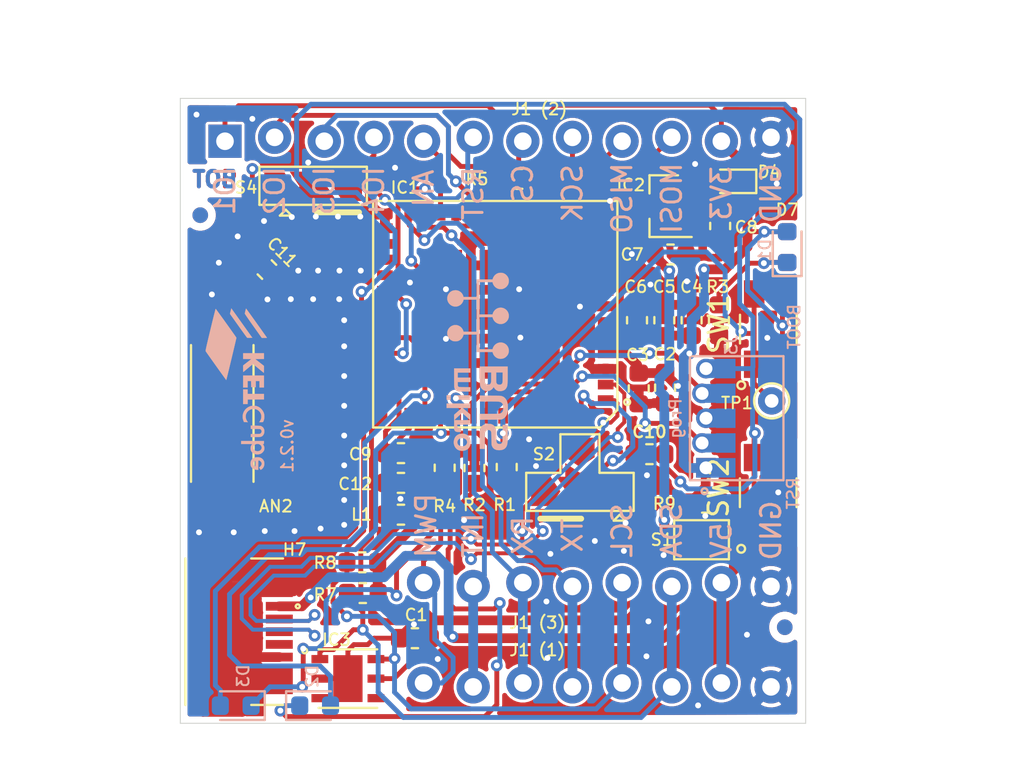
<source format=kicad_pcb>
(kicad_pcb (version 20171130) (host pcbnew 5.1.9+dfsg1-1)
  (title_block (title "KETCube mainboard") (date 2022-07-28) (rev @git_hash@) (company "KET UWB in Pilsen") (comment 2 "Ondřej Růžička, Jan Bělohoubek"))
  (layers (0 F.Cu signal) (31 B.Cu signal) (34 B.Paste user) (35 F.Paste user) (36 B.SilkS user) (37 F.SilkS user) (38 B.Mask user) (39 F.Mask user) (44 Edge.Cuts user))
  (net 0 "")
  (net 1 /ANT)
  (net 2 GND)
  (net 3 +3V3)
  (net 4 "Net-(C7-Pad1)")
  (net 5 "Net-(C8-Pad1)")
  (net 6 "Net-(C12-Pad1)")
  (net 7 /NRST)
  (net 8 "Net-(D1-Pad1)")
  (net 9 /PB6)
  (net 10 "Net-(D2-Pad1)")
  (net 11 /PB7)
  (net 12 "Net-(D3-Pad1)")
  (net 13 /SWDAT)
  (net 14 /SWCLK)
  (net 15 "Net-(H7-Pad4)")
  (net 16 /USB_P)
  (net 17 /USB_N)
  (net 18 "Net-(IC1-Pad48)")
  (net 19 /TCXOMCU_IN)
  (net 20 "Net-(IC1-Pad45)")
  (net 21 /BOOT)
  (net 22 /PB5)
  (net 23 /PB2)
  (net 24 /PB9)
  (net 25 /PB8)
  (net 26 /PA0)
  (net 27 /SRST)
  (net 28 "Net-(IC1-Pad30)")
  (net 29 "Net-(IC1-Pad29)")
  (net 30 "Net-(IC1-Pad28)")
  (net 31 /PA2)
  (net 32 /PA3)
  (net 33 /PA4)
  (net 34 /DIO4)
  (net 35 /PA8)
  (net 36 /PA9)
  (net 37 /PA10)
  (net 38 /PB12)
  (net 39 /PB13)
  (net 40 /PB14)
  (net 41 /PB15)
  (net 42 "Net-(IC1-Pad13)")
  (net 43 "Net-(IC1-Pad12)")
  (net 44 "Net-(IC1-Pad11)")
  (net 45 "Net-(IC1-Pad9)")
  (net 46 "Net-(IC1-Pad8)")
  (net 47 +5V)
  (net 48 /PB7\NRST)
  (net 49 "Net-(IC3-Pad4)")
  (net 50 "Net-(IC3-Pad3)")
  (module SC_Switches:Panasonic_EVQ-P7J01P (layer F.Cu) (at 161.61512 103.14432 90)
    (fp_text reference SW2 (at 0.254 -2.54 90) (layer F.SilkS))
    (fp_text value Panasonic_EVQ-P7J01P hide)
    (pad 2 smd rect (at 1.8 0.725 90) (size 1.4 1.05) (layers F.Cu F.Paste F.Mask) (net 2 GND))
    (pad 2 smd rect (at -1.8 0.725 90) (size 1.4 1.05) (layers F.Cu F.Paste F.Mask) (net 2 GND))
    (pad 1 smd rect (at 1.8 -0.725 90) (size 1.4 1.05) (layers F.Cu F.Paste F.Mask) (net 7 /NRST))
    (pad 1 smd rect (at -1.8 -0.725 90) (size 1.4 1.05) (layers F.Cu F.Paste F.Mask) (net 7 /NRST))
  )
  (module SC_Switches:Panasonic_EVQ-P7J01P (layer F.Cu) (at 161.62164 94.76572 90)
    (fp_text reference SW1 (at 0.254 -2.54 90) (layer F.SilkS))
    (fp_text value Panasonic_EVQ-P7J01P hide)
    (pad 2 smd rect (at 1.8 0.725 90) (size 1.4 1.05) (layers F.Cu F.Paste F.Mask) (net 3 +3V3))
    (pad 2 smd rect (at -1.8 0.725 90) (size 1.4 1.05) (layers F.Cu F.Paste F.Mask) (net 3 +3V3))
    (pad 1 smd rect (at 1.8 -0.725 90) (size 1.4 1.05) (layers F.Cu F.Paste F.Mask) (net 21 /BOOT))
    (pad 1 smd rect (at -1.8 -0.725 90) (size 1.4 1.05) (layers F.Cu F.Paste F.Mask) (net 21 /BOOT))
  )
  (module SC_Discrete:D_SOD-523 (layer F.Cu) (at 159.8549 87.1982 180)
    (fp_text reference D4 (at -1.8161 0.4826) (layer F.SilkS) (effects (font (size 0.6 0.6) (thickness 0.1))))
    (fp_text value PMEG2010AEB.115 hide)
    (pad 2 smd rect (at -0.7 0) (size 0.6 0.7) (layers F.Cu F.Paste F.Mask) (net 3 +3V3))
    (pad 1 smd rect (at 0.7 0) (size 0.6 0.7) (layers F.Cu F.Paste F.Mask) (net 5 "Net-(C8-Pad1)"))
  )
  (module SC_Modules:CMWX1ZZABZ-078_12.5x11.6mm_Module (layer F.Cu) (at 147.64766 94.00286 180)
    (fp_text reference IC1 (at 4.62026 6.48716) (layer F.SilkS) (effects (font (size 0.6 0.6) (thickness 0.1))))
    (fp_text value CMWX1ZZABZ-078 hide)
    (fp_poly (pts (xy -1.7 -1.7) (xy -1.7 -3.3) (xy -2.8 -3.3) (xy -3.3 -2.8) (xy -3.3 -1.7)) (layer F.Cu) (width 0))
    (pad 49 smd rect (at -2.5 -2.5 180) (size 1 1) (layers F.Cu F.Paste F.Mask) (net 2 GND))
    (pad 57 smd rect (at 2.5 2.5 180) (size 1.6 1.6) (layers F.Cu F.Paste F.Mask) (net 2 GND))
    (pad 56 smd rect (at 0 2.5 180) (size 1.6 1.6) (layers F.Cu F.Paste F.Mask) (net 2 GND))
    (pad 55 smd rect (at -2.5 2.5 180) (size 1.6 1.6) (layers F.Cu F.Paste F.Mask) (net 2 GND))
    (pad 54 smd rect (at 2.5 0 180) (size 1.6 1.6) (layers F.Cu F.Paste F.Mask) (net 2 GND))
    (pad 53 smd rect (at 0 0 180) (size 1.6 1.6) (layers F.Cu F.Paste F.Mask) (net 2 GND))
    (pad 52 smd rect (at -2.5 0 180) (size 1.6 1.6) (layers F.Cu F.Paste F.Mask) (net 2 GND))
    (pad 51 smd rect (at 2.5 -2.5 180) (size 1.6 1.6) (layers F.Cu F.Paste F.Mask) (net 2 GND))
    (pad 50 smd rect (at 0 -2.5 180) (size 1.6 1.6) (layers F.Cu F.Paste F.Mask) (net 2 GND))
    (pad 48 smd rect (at -4.4 -5.2 180) (size 0.5 0.8) (layers F.Cu F.Paste F.Mask) (net 18 "Net-(IC1-Pad48)"))
    (pad 47 smd rect (at -3.6 -5.2 180) (size 0.5 0.8) (layers F.Cu F.Paste F.Mask) (net 19 /TCXOMCU_IN))
    (pad 46 smd rect (at -2.8 -5.2 180) (size 0.5 0.8) (layers F.Cu F.Paste F.Mask) (net 19 /TCXOMCU_IN))
    (pad 45 smd rect (at -2 -5.2 180) (size 0.5 0.8) (layers F.Cu F.Paste F.Mask) (net 20 "Net-(IC1-Pad45)"))
    (pad 44 smd rect (at -1.2 -5.2 180) (size 0.5 0.8) (layers F.Cu F.Paste F.Mask) (net 2 GND))
    (pad 43 smd rect (at -0.4 -5.2 180) (size 0.5 0.8) (layers F.Cu F.Paste F.Mask) (net 21 /BOOT))
    (pad 42 smd rect (at 0.4 -5.2 180) (size 0.5 0.8) (layers F.Cu F.Paste F.Mask) (net 14 /SWCLK))
    (pad 41 smd rect (at 1.2 -5.2 180) (size 0.5 0.8) (layers F.Cu F.Paste F.Mask) (net 13 /SWDAT))
    (pad 40 smd rect (at 2 -5.2 180) (size 0.5 0.8) (layers F.Cu F.Paste F.Mask) (net 22 /PB5))
    (pad 39 smd rect (at 2.8 -5.2 180) (size 0.5 0.8) (layers F.Cu F.Paste F.Mask) (net 9 /PB6))
    (pad 38 smd rect (at 3.6 -5.2 180) (size 0.5 0.8) (layers F.Cu F.Paste F.Mask) (net 11 /PB7))
    (pad 37 smd rect (at 4.4 -5.2 180) (size 0.5 0.8) (layers F.Cu F.Paste F.Mask) (net 23 /PB2))
    (pad 36 smd rect (at 5.65 -4.4 180) (size 0.8 0.5) (layers F.Cu F.Paste F.Mask) (net 24 /PB9))
    (pad 35 smd rect (at 5.65 -3.6 180) (size 0.8 0.5) (layers F.Cu F.Paste F.Mask) (net 25 /PB8))
    (pad 34 smd rect (at 5.65 -2.8 180) (size 0.8 0.5) (layers F.Cu F.Paste F.Mask) (net 7 /NRST))
    (pad 33 smd rect (at 5.65 -2 180) (size 0.8 0.5) (layers F.Cu F.Paste F.Mask) (net 26 /PA0))
    (pad 32 smd rect (at 5.65 -1.2 180) (size 0.8 0.5) (layers F.Cu F.Paste F.Mask) (net 6 "Net-(C12-Pad1)"))
    (pad 31 smd rect (at 5.65 -0.4 180) (size 0.8 0.5) (layers F.Cu F.Paste F.Mask) (net 27 /SRST))
    (pad 30 smd rect (at 5.65 0.4 180) (size 0.8 0.5) (layers F.Cu F.Paste F.Mask) (net 28 "Net-(IC1-Pad30)"))
    (pad 29 smd rect (at 5.65 1.2 180) (size 0.8 0.5) (layers F.Cu F.Paste F.Mask) (net 29 "Net-(IC1-Pad29)"))
    (pad 28 smd rect (at 5.65 2 180) (size 0.8 0.5) (layers F.Cu F.Paste F.Mask) (net 30 "Net-(IC1-Pad28)"))
    (pad 27 smd rect (at 5.65 2.8 180) (size 0.8 0.5) (layers F.Cu F.Paste F.Mask) (net 2 GND))
    (pad 26 smd rect (at 5.65 3.6 180) (size 0.8 0.5) (layers F.Cu F.Paste F.Mask) (net 1 /ANT))
    (pad 25 smd rect (at 5.65 4.4 180) (size 0.8 0.5) (layers F.Cu F.Paste F.Mask) (net 2 GND))
    (pad 24 smd rect (at 4.4 5.2 180) (size 0.5 0.8) (layers F.Cu F.Paste F.Mask) (net 31 /PA2))
    (pad 23 smd rect (at 3.6 5.2 180) (size 0.5 0.8) (layers F.Cu F.Paste F.Mask) (net 32 /PA3))
    (pad 22 smd rect (at 2.8 5.2 180) (size 0.5 0.8) (layers F.Cu F.Paste F.Mask) (net 33 /PA4))
    (pad 21 smd rect (at 2 5.2 180) (size 0.5 0.8) (layers F.Cu F.Paste F.Mask) (net 34 /DIO4))
    (pad 20 smd rect (at 1.2 5.2 180) (size 0.5 0.8) (layers F.Cu F.Paste F.Mask) (net 35 /PA8))
    (pad 19 smd rect (at 0.4 5.2 180) (size 0.5 0.8) (layers F.Cu F.Paste F.Mask) (net 36 /PA9))
    (pad 18 smd rect (at -0.4 5.2 180) (size 0.5 0.8) (layers F.Cu F.Paste F.Mask) (net 37 /PA10))
    (pad 17 smd rect (at -1.2 5.2 180) (size 0.5 0.8) (layers F.Cu F.Paste F.Mask) (net 38 /PB12))
    (pad 16 smd rect (at -2 5.2 180) (size 0.5 0.8) (layers F.Cu F.Paste F.Mask) (net 39 /PB13))
    (pad 15 smd rect (at -2.8 5.2 180) (size 0.5 0.8) (layers F.Cu F.Paste F.Mask) (net 40 /PB14))
    (pad 14 smd rect (at -3.6 5.2 180) (size 0.5 0.8) (layers F.Cu F.Paste F.Mask) (net 41 /PB15))
    (pad 13 smd rect (at -4.4 5.2 180) (size 0.5 0.8) (layers F.Cu F.Paste F.Mask) (net 42 "Net-(IC1-Pad13)"))
    (pad 12 smd rect (at -5.65 4.4 180) (size 0.8 0.5) (layers F.Cu F.Paste F.Mask) (net 43 "Net-(IC1-Pad12)"))
    (pad 11 smd rect (at -5.65 3.6 180) (size 0.8 0.5) (layers F.Cu F.Paste F.Mask) (net 44 "Net-(IC1-Pad11)"))
    (pad 10 smd rect (at -5.65 2.8 180) (size 0.8 0.5) (layers F.Cu F.Paste F.Mask) (net 34 /DIO4))
    (pad 9 smd rect (at -5.65 2 180) (size 0.8 0.5) (layers F.Cu F.Paste F.Mask) (net 45 "Net-(IC1-Pad9)"))
    (pad 8 smd rect (at -5.65 1.2 180) (size 0.8 0.5) (layers F.Cu F.Paste F.Mask) (net 46 "Net-(IC1-Pad8)"))
    (pad 7 smd rect (at -5.65 0.4 180) (size 0.8 0.5) (layers F.Cu F.Paste F.Mask) (net 2 GND))
    (pad 6 smd rect (at -5.65 -0.4 180) (size 0.8 0.5) (layers F.Cu F.Paste F.Mask) (net 3 +3V3))
    (pad 5 smd rect (at -5.65 -1.2 180) (size 0.8 0.5) (layers F.Cu F.Paste F.Mask) (net 3 +3V3))
    (pad 4 smd rect (at -5.65 -2 180) (size 0.8 0.5) (layers F.Cu F.Paste F.Mask) (net 3 +3V3))
    (pad 3 smd rect (at -5.65 -2.8 180) (size 0.8 0.5) (layers F.Cu F.Paste F.Mask) (net 2 GND))
    (pad 2 smd rect (at -5.65 -3.6 180) (size 0.8 0.5) (layers F.Cu F.Paste F.Mask) (net 17 /USB_N))
    (pad 1 smd rect (at -5.65 -4.4 180) (size 0.8 0.5) (layers F.Cu F.Paste F.Mask) (net 16 /USB_P))
  )
  (module SC_Connector:KETCube_microBUS_32x32mm_P2.54mm_VERTICAL_THT (layer F.Cu) (at 143.97766 98.24486 90)
    (fp_text reference J1 hide)
    (fp_text value KETCube_Socket_microBUS hide)
    (fp_text user "%R (1)" (at -12.95514 5.82234 180) (layer F.SilkS) (effects (font (size 0.6 0.6) (thickness 0.1))))
    (fp_text user "%R (2)" (at 14.74486 5.92234) (layer F.SilkS) (effects (font (size 0.6 0.6) (thickness 0.1))))
    (fp_text user "%R (3)" (at -11.55514 5.82234) (layer F.SilkS) (effects (font (size 0.6 0.6) (thickness 0.1))))
    (fp_text user 5V (at -7.339 15.24 90) (layer B.SilkS) (effects (justify mirror)))
    (fp_text user RX (at -7.085 5.08 90) (layer B.SilkS) (effects (justify mirror)))
    (fp_text user INT (at -7.085 2.54 90) (layer B.SilkS) (effects (justify mirror)))
    (fp_text user SDA (at -6.831 12.7 90) (layer B.SilkS) (effects (justify mirror)))
    (fp_text user GND (at -6.831 17.78 90) (layer B.SilkS) (effects (justify mirror)))
    (fp_text user SCL (at -6.831 10.16 90) (layer B.SilkS) (effects (justify mirror)))
    (fp_text user PWM (at -6.577 0.127 90) (layer B.SilkS) (effects (justify mirror)))
    (fp_text user TX (at -7.085 7.62 90) (layer B.SilkS) (effects (justify mirror)))
    (fp_text user IO1 (at 10.56 -10.16 90) (layer B.SilkS) (effects (justify mirror)))
    (fp_text user IO2 (at 10.56 -7.62 90) (layer B.SilkS) (effects (justify mirror)))
    (fp_text user IO3 (at 10.56 -5.08 90) (layer B.SilkS) (effects (justify mirror)))
    (fp_text user IO4 (at 10.56 -2.54 90) (layer B.SilkS) (effects (justify mirror)))
    (fp_text user AN (at 10.687 0 90) (layer B.SilkS) (effects (justify mirror)))
    (fp_text user RST (at 10.433 2.54 90) (layer B.SilkS) (effects (justify mirror)))
    (fp_text user CS (at 10.941 5.08 90) (layer B.SilkS) (effects (justify mirror)))
    (fp_text user SCK (at 10.433 7.62 90) (layer B.SilkS) (effects (justify mirror)))
    (fp_text user MISO (at 10.179 10.16 90) (layer B.SilkS) (effects (justify mirror)))
    (fp_text user MOSI (at 10.179 12.7 90) (layer B.SilkS) (effects (justify mirror)))
    (fp_text user 3V3 (at 10.433 15.24 90) (layer B.SilkS) (effects (justify mirror)))
    (fp_text user GND (at 10.433 17.78 90) (layer B.SilkS) (effects (justify mirror)))
    (pad 20 thru_hole circle (at -9.698 17.78 90) (size 1.7 1.7) (drill 0.9) (layers *.Cu *.Mask) (net 2 GND))
    (pad 19 thru_hole circle (at -9.498 15.24 90) (size 1.7 1.7) (drill 0.9) (layers *.Cu *.Mask) (net 47 +5V))
    (pad 13 thru_hole circle (at -9.498 0 90) (size 1.7 1.7) (drill 0.9) (layers *.Cu *.Mask) (net 23 /PB2))
    (pad 18 thru_hole circle (at -9.698 12.7 90) (size 1.7 1.7) (drill 0.9) (layers *.Cu *.Mask) (net 24 /PB9))
    (pad 17 thru_hole circle (at -9.498 10.16 90) (size 1.7 1.7) (drill 0.9) (layers *.Cu *.Mask) (net 25 /PB8))
    (pad 16 thru_hole circle (at -9.698 7.62 90) (size 1.7 1.7) (drill 0.9) (layers *.Cu *.Mask) (net 31 /PA2))
    (pad 14 thru_hole circle (at -9.698 2.54 90) (size 1.7 1.7) (drill 0.9) (layers *.Cu *.Mask) (net 22 /PB5))
    (pad 15 thru_hole circle (at -9.498 5.08 90) (size 1.7 1.7) (drill 0.9) (layers *.Cu *.Mask) (net 32 /PA3))
    (pad 1 thru_hole rect (at 13.1 -10.16 90) (size 1.7 1.7) (drill 0.9) (layers *.Cu *.Mask) (net 37 /PA10))
    (pad 2 thru_hole circle (at 13.3 -7.62 90) (size 1.7 1.7) (drill 0.9) (layers *.Cu *.Mask) (net 36 /PA9))
    (pad 3 thru_hole circle (at 13.1 -5.08 90) (size 1.7 1.7) (drill 0.9) (layers *.Cu *.Mask) (net 35 /PA8))
    (pad 4 thru_hole circle (at 13.3 -2.54 90) (size 1.7 1.7) (drill 0.9) (layers *.Cu *.Mask) (net 48 /PB7\NRST))
    (pad 5 thru_hole circle (at 13.1 0 90) (size 1.7 1.7) (drill 0.9) (layers *.Cu *.Mask) (net 33 /PA4))
    (pad 6 thru_hole circle (at 13.3 2.54 90) (size 1.7 1.7) (drill 0.9) (layers *.Cu *.Mask) (net 26 /PA0))
    (pad 7 thru_hole circle (at 13.1 5.08 90) (size 1.7 1.7) (drill 0.9) (layers *.Cu *.Mask) (net 38 /PB12))
    (pad 8 thru_hole circle (at 13.3 7.62 90) (size 1.7 1.7) (drill 0.9) (layers *.Cu *.Mask) (net 39 /PB13))
    (pad 9 thru_hole circle (at 13.1 10.16 90) (size 1.7 1.7) (drill 0.9) (layers *.Cu *.Mask) (net 40 /PB14))
    (pad 10 thru_hole circle (at 13.3 12.7 90) (size 1.7 1.7) (drill 0.9) (layers *.Cu *.Mask) (net 41 /PB15))
    (pad 11 thru_hole circle (at 13.1 15.24 90) (size 1.7 1.7) (drill 0.9) (layers *.Cu *.Mask) (net 3 +3V3))
    (pad 12 thru_hole circle (at 13.3 17.78 90) (size 1.7 1.7) (drill 0.9) (layers *.Cu *.Mask) (net 2 GND))
    (pad 13 thru_hole circle (at -14.64 0 90) (size 1.7 1.7) (drill 0.9) (layers *.Cu *.Mask) (net 23 /PB2))
    (pad 14 thru_hole circle (at -14.84 2.54 90) (size 1.7 1.7) (drill 0.9) (layers *.Cu *.Mask) (net 22 /PB5))
    (pad 15 thru_hole circle (at -14.64 5.08 90) (size 1.7 1.7) (drill 0.9) (layers *.Cu *.Mask) (net 32 /PA3))
    (pad 16 thru_hole circle (at -14.84 7.62 90) (size 1.7 1.7) (drill 0.9) (layers *.Cu *.Mask) (net 31 /PA2))
    (pad 17 thru_hole circle (at -14.64 10.16 90) (size 1.7 1.7) (drill 0.9) (layers *.Cu *.Mask) (net 25 /PB8))
    (pad 18 thru_hole circle (at -14.84 12.7 90) (size 1.7 1.7) (drill 0.9) (layers *.Cu *.Mask) (net 24 /PB9))
    (pad 19 thru_hole circle (at -14.64 15.24 90) (size 1.7 1.7) (drill 0.9) (layers *.Cu *.Mask) (net 47 +5V))
    (pad 20 thru_hole circle (at -14.84 17.78 90) (size 1.7 1.7) (drill 0.9) (layers *.Cu *.Mask) (net 2 GND))
  )
  (module SC_Connector:TMS-105-02-L-S-RA_1x5_P1.27_Horizontal_Offcentered_TestPads (layer B.Cu) (at 158.3309 101.8667 90)
    (fp_text reference J3 (at 6.2865 1.397 270) (layer B.SilkS) (effects (font (size 0.6 0.6) (thickness 0.1)) (justify mirror)))
    (fp_text value TMS-105-02-L-S-RA hide)
    (fp_poly (pts (xy 5.5626 0) (xy 4.5974 0) (xy 4.5974 1.27) (xy 5.5626 1.27)) (layer B.Cu) (width 0))
    (fp_poly (pts (xy 4.2926 -0.2032) (xy 3.3274 -0.2032) (xy 3.3274 1.0668) (xy 4.2926 1.0668)) (layer B.Cu) (width 0))
    (fp_poly (pts (xy 3.0226 0) (xy 2.0574 0) (xy 2.0574 1.27) (xy 3.0226 1.27)) (layer B.Cu) (width 0))
    (fp_poly (pts (xy 0.4826 -0.0508) (xy -0.4826 -0.0508) (xy -0.4826 1.2192) (xy 0.4826 1.2192)) (layer B.Cu) (width 0))
    (fp_poly (pts (xy 1.7526 -0.1524) (xy 0.7874 -0.1524) (xy 0.7874 1.1176) (xy 1.7526 1.1176)) (layer B.Cu) (width 0))
    (pad 05 smd rect (at 5.08 1.11 90) (size 1 1) (layers B.Cu B.Mask) (net 7 /NRST))
    (pad 04 smd rect (at 3.81 1.11 90) (size 1 1) (layers B.Cu B.Mask) (net 13 /SWDAT))
    (pad 03 smd rect (at 2.54 1.11 90) (size 1 1) (layers B.Cu B.Mask) (net 2 GND))
    (pad 02 smd rect (at 1.27 1.11 90) (size 1 1) (layers B.Cu B.Mask) (net 14 /SWCLK))
    (pad 01 smd rect (at 0 1.11 90) (size 1 1) (layers B.Cu B.Mask) (net 3 +3V3))
    (pad 05 thru_hole circle (at 5.08 0.1 90) (size 1.01 1.01) (drill 0.66) (layers *.Cu *.Mask) (net 7 /NRST))
    (pad 04 thru_hole circle (at 3.81 -0.1 90) (size 1.01 1.01) (drill 0.66) (layers *.Cu *.Mask) (net 13 /SWDAT))
    (pad 03 thru_hole circle (at 2.54 0.1 90) (size 1.01 1.01) (drill 0.66) (layers *.Cu *.Mask) (net 2 GND))
    (pad 02 thru_hole circle (at 1.27 -0.1 90) (size 1.01 1.01) (drill 0.66) (layers *.Cu *.Mask) (net 14 /SWCLK))
    (pad 01 thru_hole rect (at 0 0.1 90) (size 1.01 1.01) (drill 0.66) (layers *.Cu *.Mask) (net 3 +3V3))
  )
  (module SC_Passive:C_0603_1608Metric (layer F.Cu) (at 157.6959 94.3102 90)
    (fp_text reference C4 (at 1.7145 0 180) (layer F.SilkS) (effects (font (size 0.6 0.6) (thickness 0.1))))
    (fp_text value GRM188R60J106KE47D hide)
    (pad 2 smd roundrect (at 0.7875 0 90) (size 0.875 0.95) (layers F.Cu F.Paste F.Mask) (net 2 GND))
    (pad 1 smd roundrect (at -0.7875 0 90) (size 0.875 0.95) (layers F.Cu F.Paste F.Mask) (net 3 +3V3))
  )
  (module SC_Mechanic:Fiducial_0.8mm_Mask1.6mm (layer B.Cu) (at 162.4614 110.0302)
    (fp_text reference FID4 hide)
    (fp_text value Fiducial_D0,8mm hide)
    (pad "" smd circle (at 0 0) (size 0.8 0.8) (layers B.Cu B.Mask) (clearance 0.4))
  )
  (module SC_Mechanic:Fiducial_0.8mm_Mask1.6mm (layer B.Cu) (at 132.5514 88.9302)
    (fp_text reference FID3 hide)
    (fp_text value Fiducial_D0,8mm hide)
    (pad "" smd circle (at 0 0) (size 0.8 0.8) (layers B.Cu B.Mask) (clearance 0.4))
  )
  (module SC_Mechanic:Fiducial_0.8mm_Mask1.6mm (layer F.Cu) (at 162.4614 110.0302)
    (fp_text reference FID2 hide)
    (fp_text value Fiducial_D0,8mm hide)
    (pad "" smd circle (at 0 0) (size 0.8 0.8) (layers F.Cu F.Mask) (clearance 0.4))
  )
  (module SC_Mechanic:Fiducial_0.8mm_Mask1.6mm (layer F.Cu) (at 132.5514 88.9302)
    (fp_text reference FID1 hide)
    (fp_text value Fiducial_D0,8mm hide)
    (pad "" smd circle (at 0 0) (size 0.8 0.8) (layers F.Cu F.Mask) (clearance 0.4))
  )
  (module SC_ICs_Digital:PWSON-6-1EP_3x3mm_P1mm (layer F.Cu) (at 140.1064 112.6617)
    (fp_text reference IC3 (at -0.5842 -1.9939) (layer F.SilkS) (effects (font (size 0.6 0.6) (thickness 0.1))))
    (fp_text value HDC2080DMBT hide)
    (pad 7 smd rect (at 0 0) (size 1.5 2.4) (layers F.Cu F.Mask) (net 2 GND))
    (pad 4 smd rect (at 1.435 1) (size 0.86 0.42) (layers F.Cu F.Paste F.Mask) (net 49 "Net-(IC3-Pad4)"))
    (pad 6 smd rect (at 1.435 -1) (size 0.86 0.42) (layers F.Cu F.Paste F.Mask) (net 25 /PB8))
    (pad 5 smd rect (at 1.435 0) (size 0.86 0.42) (layers F.Cu F.Paste F.Mask) (net 3 +3V3))
    (pad 3 smd rect (at -1.435 1) (size 0.86 0.42) (layers F.Cu F.Paste F.Mask) (net 50 "Net-(IC3-Pad3)"))
    (pad 1 smd rect (at -1.435 -1) (size 0.86 0.42) (layers F.Cu F.Paste F.Mask) (net 24 /PB9))
    (pad 2 smd rect (at -1.435 0) (size 0.86 0.42) (layers F.Cu F.Paste F.Mask) (net 2 GND))
  )
  (module SC_Mechanic:TestPoint_Pad_d1,4mm (layer F.Cu) (at 161.7914 98.4402)
    (fp_text reference TP1 (at -1.7714 0.1118) (layer F.SilkS) (effects (font (size 0.6 0.6) (thickness 0.1))))
    (fp_text value Testpoint_round_D1,4mm hide)
    (pad 1 thru_hole circle (at 0 0) (size 1.4 1.4) (drill 0.7) (layers *.Cu *.Mask) (net 21 /BOOT))
  )
  (module SC_Discrete:LED_0603_1608Metric (layer F.Cu) (at 162.5854 90.5637 90)
    (fp_text reference D7 (at 1.905 0 180) (layer F.SilkS) (effects (font (size 0.6 0.6) (thickness 0.1))))
    (fp_text value KPTD-1608LVZGCK hide)
    (pad 2 smd roundrect (at 0.7875 0 90) (size 0.875 0.95) (layers F.Cu F.Paste F.Mask) (net 3 +3V3))
    (pad 1 smd roundrect (at -0.7875 0 90) (size 0.875 0.95) (layers F.Cu F.Paste F.Mask) (net 8 "Net-(D1-Pad1)"))
  )
  (module SC_Mechanic:SolderJumper-3_P2.0mm_Open_TrianglePad1.0x1.5mm (layer F.Cu) (at 138.3284 87.4522)
    (fp_text reference S4 (at -3.429 0.0635) (layer F.SilkS) (effects (font (size 0.6 0.6) (thickness 0.1))))
    (fp_text value SolderJumper2POS hide)
    (pad 3 smd custom (at 2 0 180) (size 0.3 0.3) (layers F.Cu F.Mask) (net 11 /PB7) (options (clearance outline) (anchor rect)) (primitives (gr_poly (pts (xy -0.5 -0.75) (xy 0.5 -0.75) (xy 1 0) (xy 0.5 0.75) (xy -0.5 0.75)) (width 0))))
    (pad 2 smd custom (at 0 0) (size 0.3 0.3) (layers F.Cu) (net 48 /PB7\NRST) (options (clearance outline) (anchor rect)) (primitives (gr_poly (pts (xy -1.2 -0.75) (xy 1.2 -0.75) (xy 0.7 0) (xy 1.2 0.75) (xy -1.2 0.75) (xy -0.7 0)) (width 0))))
    (pad 1 smd custom (at -2 0) (size 0.3 0.3) (layers F.Cu F.Mask) (net 7 /NRST) (options (clearance outline) (anchor rect)) (primitives (gr_poly (pts (xy -0.5 -0.75) (xy 0.5 -0.75) (xy 1 0) (xy 0.5 0.75) (xy -0.5 0.75)) (width 0))))
  )
  (module SC_Mechanic:SolderJumper-4_P2.0mm_Open_TrianglePad1.0x1.5mm (layer F.Cu) (at 151.9809 103.0732 180)
    (fp_text reference S2 (at 1.8415 1.905 180) (layer F.SilkS) (effects (font (size 0.6 0.6) (thickness 0.1))))
    (fp_text value SolderJumper3POS hide)
    (pad 2 smd custom (at 0 0.799 270) (size 0.3 0.3) (layers F.Cu F.Mask) (net 18 "Net-(IC1-Pad48)") (options (clearance outline) (anchor rect)) (primitives (gr_poly (pts (xy -0.65 -0.75) (xy 0.5 -0.75) (xy 0.5 0.75) (xy -0.65 0.75) (xy -0.15 0)) (width 0))))
    (pad 4 smd custom (at 0 2.249 270) (size 0.3 0.3) (layers F.Cu F.Mask) (net 9 /PB6) (options (clearance outline) (anchor rect)) (primitives (gr_poly (pts (xy -0.5 -0.75) (xy 0.5 -0.75) (xy 1 0) (xy 0.5 0.75) (xy -0.5 0.75)) (width 0))))
    (pad 3 smd custom (at 2 0) (size 0.3 0.3) (layers F.Cu F.Mask) (net 16 /USB_P) (options (clearance outline) (anchor rect)) (primitives (gr_poly (pts (xy -0.5 -0.75) (xy 0.5 -0.75) (xy 1 0) (xy 0.5 0.75) (xy -0.5 0.75)) (width 0))))
    (pad 2 smd custom (at 0 0 180) (size 0.3 0.3) (layers F.Cu) (net 18 "Net-(IC1-Pad48)") (options (clearance outline) (anchor rect)) (primitives (gr_poly (pts (xy -1.2 -0.75) (xy 1.2 -0.75) (xy 0.7 0) (xy 1.2 0.75) (xy -1.2 0.75) (xy -0.7 0)) (width 0))))
    (pad 1 smd custom (at -2 0 180) (size 0.3 0.3) (layers F.Cu F.Mask) (net 3 +3V3) (options (clearance outline) (anchor rect)) (primitives (gr_poly (pts (xy -0.5 -0.75) (xy 0.5 -0.75) (xy 1 0) (xy 0.5 0.75) (xy -0.5 0.75)) (width 0))))
  )
  (module SC_Mechanic:SolderJumper-2_P1.3mm_Open_TrianglePad1.0x1.5mm (layer F.Cu) (at 158.2039 105.5497)
    (fp_text reference S1 (at -2.032 0 180) (layer F.SilkS) (effects (font (size 0.6 0.6) (thickness 0.1))))
    (fp_text value SolderJumperNO hide)
    (pad 1 smd custom (at -0.725 0) (size 0.3 0.3) (layers F.Cu F.Mask) (net 4 "Net-(C7-Pad1)") (options (clearance outline) (anchor rect)) (primitives (gr_poly (pts (xy -0.5 -0.75) (xy 0.5 -0.75) (xy 1 0) (xy 0.5 0.75) (xy -0.5 0.75)) (width 0))))
    (pad 2 smd custom (at 0.725 0) (size 0.3 0.3) (layers F.Cu F.Mask) (net 47 +5V) (options (clearance outline) (anchor rect)) (primitives (gr_poly (pts (xy -0.65 -0.75) (xy 0.5 -0.75) (xy 0.5 0.75) (xy -0.65 0.75) (xy -0.15 0)) (width 0))))
  )
  (module SC_Passive:R_0603_1608Metric (layer F.Cu) (at 158.3944 103.65486)
    (fp_text reference R9 (at -2.0955 0.05334 180) (layer F.SilkS) (effects (font (size 0.6 0.6) (thickness 0.1))))
    (fp_text value ERJ3EKF1002V hide)
    (pad 2 smd roundrect (at 0.7875 0) (size 0.875 0.95) (layers F.Cu F.Paste F.Mask) (net 7 /NRST))
    (pad 1 smd roundrect (at -0.7875 0) (size 0.875 0.95) (layers F.Cu F.Paste F.Mask) (net 3 +3V3))
  )
  (module SC_Passive:R_0603_1608Metric (layer F.Cu) (at 140.843 106.7054 180)
    (fp_text reference R8 (at 1.905 -0.0254) (layer F.SilkS) (effects (font (size 0.6 0.6) (thickness 0.1))))
    (fp_text value ERJ3EKF2201V hide)
    (pad 2 smd roundrect (at 0.7875 0 180) (size 0.875 0.95) (layers F.Cu F.Paste F.Mask) (net 25 /PB8))
    (pad 1 smd roundrect (at -0.7875 0 180) (size 0.875 0.95) (layers F.Cu F.Paste F.Mask) (net 3 +3V3))
  )
  (module SC_Passive:R_0603_1608Metric (layer F.Cu) (at 140.8684 108.2802 180)
    (fp_text reference R7 (at 1.9304 -0.0762) (layer F.SilkS) (effects (font (size 0.6 0.6) (thickness 0.1))))
    (fp_text value ERJ3EKF2201V hide)
    (pad 2 smd roundrect (at 0.7875 0 180) (size 0.875 0.95) (layers F.Cu F.Paste F.Mask) (net 24 /PB9))
    (pad 1 smd roundrect (at -0.7875 0 180) (size 0.875 0.95) (layers F.Cu F.Paste F.Mask) (net 3 +3V3))
  )
  (module SC_Passive:R_0603_1608Metric (layer F.Cu) (at 148.8694 87.0712 180)
    (fp_text reference R5 (at 2.159 -0.01016) (layer F.SilkS) (effects (font (size 0.6 0.6) (thickness 0.1))))
    (fp_text value ERJ3EKF1002V hide)
    (pad 2 smd roundrect (at 0.7875 0 180) (size 0.875 0.95) (layers F.Cu F.Paste F.Mask) (net 37 /PA10))
    (pad 1 smd roundrect (at -0.7875 0 180) (size 0.875 0.95) (layers F.Cu F.Paste F.Mask) (net 3 +3V3))
  )
  (module SC_Passive:R_0603_1608Metric (layer F.Cu) (at 145.0594 101.8667 90)
    (fp_text reference R4 (at -1.9685 0 180) (layer F.SilkS) (effects (font (size 0.6 0.6) (thickness 0.1))))
    (fp_text value ERJ3EKF3300V hide)
    (pad 2 smd roundrect (at 0.7875 0 90) (size 0.875 0.95) (layers F.Cu F.Paste F.Mask) (net 2 GND))
    (pad 1 smd roundrect (at -0.7875 0 90) (size 0.875 0.95) (layers F.Cu F.Paste F.Mask) (net 12 "Net-(D3-Pad1)"))
  )
  (module SC_Passive:R_0603_1608Metric (layer F.Cu) (at 159.0929 94.3102 270)
    (fp_text reference R3 (at -1.7145 0.0635 180) (layer F.SilkS) (effects (font (size 0.6 0.6) (thickness 0.1))))
    (fp_text value ERJ3EKF3300V hide)
    (pad 2 smd roundrect (at 0.7875 0 270) (size 0.875 0.95) (layers F.Cu F.Paste F.Mask) (net 2 GND))
    (pad 1 smd roundrect (at -0.7875 0 270) (size 0.875 0.95) (layers F.Cu F.Paste F.Mask) (net 8 "Net-(D1-Pad1)"))
  )
  (module SC_Passive:R_0603_1608Metric (layer F.Cu) (at 146.5834 101.87686 90)
    (fp_text reference R2 (at -1.89484 0 180) (layer F.SilkS) (effects (font (size 0.6 0.6) (thickness 0.1))))
    (fp_text value ERJ3EKF7500V hide)
    (pad 2 smd roundrect (at 0.7875 0 90) (size 0.875 0.95) (layers F.Cu F.Paste F.Mask) (net 2 GND))
    (pad 1 smd roundrect (at -0.7875 0 90) (size 0.875 0.95) (layers F.Cu F.Paste F.Mask) (net 10 "Net-(D2-Pad1)"))
  )
  (module SC_Passive:R_0603_1608Metric (layer F.Cu) (at 148.2344 101.8287 270)
    (fp_text reference R1 (at 1.9303 0.1016 180) (layer F.SilkS) (effects (font (size 0.6 0.6) (thickness 0.1))))
    (fp_text value ERJ3EKF1002V hide)
    (pad 2 smd roundrect (at 0.7875 0 270) (size 0.875 0.95) (layers F.Cu F.Paste F.Mask) (net 2 GND))
    (pad 1 smd roundrect (at -0.7875 0 270) (size 0.875 0.95) (layers F.Cu F.Paste F.Mask) (net 21 /BOOT))
  )
  (module SC_Passive:L_0603_1608Metric (layer F.Cu) (at 142.82166 104.267)
    (fp_text reference L1 (at -2.01676 -0.01016 180) (layer F.SilkS) (effects (font (size 0.6 0.6) (thickness 0.1))))
    (fp_text value 742792664 hide)
    (pad 2 smd roundrect (at 0.7875 0) (size 0.875 0.95) (layers F.Cu F.Paste F.Mask) (net 3 +3V3))
    (pad 1 smd roundrect (at -0.7875 0) (size 0.875 0.95) (layers F.Cu F.Paste F.Mask) (net 6 "Net-(C12-Pad1)"))
  )
  (module SC_ICs_Analog:SOT-23 (layer F.Cu) (at 156.2989 88.4682 180)
    (fp_text reference IC2 (at 1.7145 1.0795) (layer F.SilkS) (effects (font (size 0.6 0.6) (thickness 0.1))))
    (fp_text value MCP1700T-3302E_TT hide)
    (pad 3 smd rect (at 1 0 180) (size 0.9 0.8) (layers F.Cu F.Paste F.Mask) (net 4 "Net-(C7-Pad1)"))
    (pad 2 smd rect (at -1 0.95 180) (size 0.9 0.8) (layers F.Cu F.Paste F.Mask) (net 5 "Net-(C8-Pad1)"))
    (pad 1 smd rect (at -1 -0.95 180) (size 0.9 0.8) (layers F.Cu F.Paste F.Mask) (net 2 GND))
  )
  (module SC_Connector:USB_Micro-B_Hirose_ZX62WD1-B-5PC_Horizontal (layer F.Cu) (at 134.69366 110.25886 270)
    (fp_text reference H7 (at -4.20116 -2.68224 180) (layer F.SilkS) (effects (font (size 0.6 0.6) (thickness 0.1))))
    (fp_text value 47346-1001 hide)
    (pad 11 smd rect (at 3.375 0.756) (size 1.3 1.65) (layers F.Cu F.Paste F.Mask) (net 2 GND))
    (pad 10 smd rect (at -3.375 0.756) (size 1.3 1.65) (layers F.Cu F.Paste F.Mask) (net 2 GND))
    (pad 9 smd rect (at 1.55 0.756 270) (size 1 1.9) (layers F.Cu F.Paste F.Mask) (net 2 GND))
    (pad 8 smd rect (at -1.15 0.756 270) (size 1.8 1.9) (layers F.Cu F.Paste F.Mask) (net 2 GND))
    (pad 7 smd rect (at -2.487 -1.544 270) (size 1.425 2.1) (layers F.Cu F.Paste F.Mask) (net 2 GND))
    (pad 6 smd rect (at 2.487 -1.544 270) (size 1.425 2.1) (layers F.Cu F.Paste F.Mask) (net 2 GND))
    (pad 5 smd rect (at 1.3 -1.903 270) (size 0.45 1.38) (layers F.Cu F.Paste F.Mask) (net 2 GND))
    (pad 4 smd rect (at 0.65 -1.903 270) (size 0.45 1.38) (layers F.Cu F.Paste F.Mask) (net 15 "Net-(H7-Pad4)"))
    (pad 3 smd rect (at 0 -1.903 270) (size 0.45 1.38) (layers F.Cu F.Paste F.Mask) (net 16 /USB_P))
    (pad 2 smd rect (at -0.65 -1.903 270) (size 0.45 1.38) (layers F.Cu F.Paste F.Mask) (net 17 /USB_N))
    (pad 1 smd rect (at -1.3 -1.903 270) (size 0.45 1.38) (layers F.Cu F.Paste F.Mask) (net 4 "Net-(C7-Pad1)"))
  )
  (module SC_Discrete:LED_0603_1608Metric (layer B.Cu) (at 134.366 114.046 180)
    (fp_text reference D3 (at -0.381 1.524 90) (layer B.SilkS) (effects (font (size 0.6 0.6) (thickness 0.1)) (justify mirror)))
    (fp_text value KPTD-1608LVZGCK hide)
    (pad 2 smd roundrect (at 0.7875 0 180) (size 0.875 0.95) (layers B.Cu B.Paste B.Mask) (net 11 /PB7))
    (pad 1 smd roundrect (at -0.7875 0 180) (size 0.875 0.95) (layers B.Cu B.Paste B.Mask) (net 12 "Net-(D3-Pad1)"))
  )
  (module SC_Discrete:LED_0603_1608Metric (layer B.Cu) (at 138.43 114.046)
    (fp_text reference D2 (at -0.1524 -1.4986 90) (layer B.SilkS) (effects (font (size 0.6 0.6) (thickness 0.1)) (justify mirror)))
    (fp_text value KPTD-1608LVSECK-J3-PF hide)
    (pad 2 smd roundrect (at 0.7875 0) (size 0.875 0.95) (layers B.Cu B.Paste B.Mask) (net 9 /PB6))
    (pad 1 smd roundrect (at -0.7875 0) (size 0.875 0.95) (layers B.Cu B.Paste B.Mask) (net 10 "Net-(D2-Pad1)"))
  )
  (module SC_Discrete:LED_0603_1608Metric (layer B.Cu) (at 162.5854 90.5637 90)
    (fp_text reference D1 (at -0.1651 -1.143 270) (layer B.SilkS) (effects (font (size 0.6 0.6) (thickness 0.1)) (justify mirror)))
    (fp_text value KPTD-1608LVZGCK hide)
    (pad 2 smd roundrect (at 0.7875 0 90) (size 0.875 0.95) (layers B.Cu B.Paste B.Mask) (net 3 +3V3))
    (pad 1 smd roundrect (at -0.7875 0 90) (size 0.875 0.95) (layers B.Cu B.Paste B.Mask) (net 8 "Net-(D1-Pad1)"))
  )
  (module SC_Passive:C_0603_1608Metric (layer F.Cu) (at 142.82166 102.63886)
    (fp_text reference C12 (at -2.33426 0.05334 180) (layer F.SilkS) (effects (font (size 0.6 0.6) (thickness 0.1))))
    (fp_text value C1608X7R1H104K080AA hide)
    (pad 2 smd roundrect (at 0.7875 0) (size 0.875 0.95) (layers F.Cu F.Paste F.Mask) (net 2 GND))
    (pad 1 smd roundrect (at -0.7875 0) (size 0.875 0.95) (layers F.Cu F.Paste F.Mask) (net 6 "Net-(C12-Pad1)"))
  )
  (module SC_Passive:C_0603_1608Metric (layer F.Cu) (at 135.96366 91.71686 315)
    (fp_text reference C11 (at -0.08621 -1.185394 135) (layer F.SilkS) (effects (font (size 0.6 0.6) (thickness 0.1))))
    (fp_text value GRM1885C1H100JA01D hide)
    (pad 2 smd roundrect (at 0.7875 0 315) (size 0.875 0.95) (layers F.Cu F.Paste F.Mask) (net 2 GND))
    (pad 1 smd roundrect (at -0.7875 0 315) (size 0.875 0.95) (layers F.Cu F.Paste F.Mask) (net 1 /ANT))
  )
  (module SC_Passive:C_0603_1608Metric (layer F.Cu) (at 155.5369 101.1682 180)
    (fp_text reference C10 (at 0 1.143) (layer F.SilkS) (effects (font (size 0.6 0.6) (thickness 0.12))))
    (fp_text value C1608X7R1H104K080AA hide)
    (pad 2 smd roundrect (at 0.7875 0 180) (size 0.875 0.95) (layers F.Cu F.Paste F.Mask) (net 2 GND))
    (pad 1 smd roundrect (at -0.7875 0 180) (size 0.875 0.95) (layers F.Cu F.Paste F.Mask) (net 7 /NRST))
  )
  (module SC_Passive:C_0603_1608Metric (layer F.Cu) (at 142.82166 101.11486)
    (fp_text reference C9 (at -2.08026 0.05334 180) (layer F.SilkS) (effects (font (size 0.6 0.6) (thickness 0.1))))
    (fp_text value C1608X7R1C105K hide)
    (pad 2 smd roundrect (at 0.7875 0) (size 0.875 0.95) (layers F.Cu F.Paste F.Mask) (net 2 GND))
    (pad 1 smd roundrect (at -0.7875 0) (size 0.875 0.95) (layers F.Cu F.Paste F.Mask) (net 6 "Net-(C12-Pad1)"))
  )
  (module SC_Passive:C_0603_1608Metric (layer F.Cu) (at 159.1564 89.4842 270)
    (fp_text reference C8 (at 0.0635 -1.3335) (layer F.SilkS) (effects (font (size 0.6 0.6) (thickness 0.1))))
    (fp_text value C1608X7R1C105K hide)
    (pad 2 smd roundrect (at 0.7875 0 270) (size 0.875 0.95) (layers F.Cu F.Paste F.Mask) (net 2 GND))
    (pad 1 smd roundrect (at -0.7875 0 270) (size 0.875 0.95) (layers F.Cu F.Paste F.Mask) (net 5 "Net-(C8-Pad1)"))
  )
  (module SC_Passive:C_0603_1608Metric (layer F.Cu) (at 156.6164 90.9447)
    (fp_text reference C7 (at -1.9685 0) (layer F.SilkS) (effects (font (size 0.6 0.6) (thickness 0.1))))
    (fp_text value C1608X7R1C105K hide)
    (pad 2 smd roundrect (at 0.7875 0) (size 0.875 0.95) (layers F.Cu F.Paste F.Mask) (net 2 GND))
    (pad 1 smd roundrect (at -0.7875 0) (size 0.875 0.95) (layers F.Cu F.Paste F.Mask) (net 4 "Net-(C7-Pad1)"))
  )
  (module SC_Passive:C_0603_1608Metric (layer F.Cu) (at 154.9019 94.3102 90)
    (fp_text reference C6 (at 1.7145 -0.0635 180) (layer F.SilkS) (effects (font (size 0.6 0.6) (thickness 0.1))))
    (fp_text value C1608X7R1H104K080AA hide)
    (pad 2 smd roundrect (at 0.7875 0 90) (size 0.875 0.95) (layers F.Cu F.Paste F.Mask) (net 2 GND))
    (pad 1 smd roundrect (at -0.7875 0 90) (size 0.875 0.95) (layers F.Cu F.Paste F.Mask) (net 3 +3V3))
  )
  (module SC_Passive:C_0603_1608Metric (layer F.Cu) (at 156.2989 94.3102 90)
    (fp_text reference C5 (at 1.7145 0 180) (layer F.SilkS) (effects (font (size 0.6 0.6) (thickness 0.1))))
    (fp_text value C1608X7R1C105K hide)
    (pad 2 smd roundrect (at 0.7875 0 90) (size 0.875 0.95) (layers F.Cu F.Paste F.Mask) (net 2 GND))
    (pad 1 smd roundrect (at -0.7875 0 90) (size 0.875 0.95) (layers F.Cu F.Paste F.Mask) (net 3 +3V3))
  )
  (module SC_Passive:C_0603_1608Metric (layer F.Cu) (at 154.9908 97.8027 270)
    (fp_text reference C3 (at -1.7145 0.0635 180) (layer F.SilkS) (effects (font (size 0.6 0.6) (thickness 0.1))))
    (fp_text value C1608X7R1H104K080AA hide)
    (pad 2 smd roundrect (at 0.7875 0 270) (size 0.875 0.95) (layers F.Cu F.Paste F.Mask) (net 2 GND))
    (pad 1 smd roundrect (at -0.7875 0 270) (size 0.875 0.95) (layers F.Cu F.Paste F.Mask) (net 3 +3V3))
  )
  (module SC_Passive:C_0603_1608Metric (layer F.Cu) (at 156.337 97.7646 270)
    (fp_text reference C2 (at -1.7145 0 180) (layer F.SilkS) (effects (font (size 0.6 0.6) (thickness 0.1))))
    (fp_text value GRM188R60J106KE47D hide)
    (pad 2 smd roundrect (at 0.7875 0 270) (size 0.875 0.95) (layers F.Cu F.Paste F.Mask) (net 2 GND))
    (pad 1 smd roundrect (at -0.7875 0 270) (size 0.875 0.95) (layers F.Cu F.Paste F.Mask) (net 3 +3V3))
  )
  (module SC_Passive:C_0603_1608Metric (layer F.Cu) (at 143.5354 110.5916 180)
    (fp_text reference C1 (at -0.0646 1.1916) (layer F.SilkS) (effects (font (size 0.6 0.6) (thickness 0.1))))
    (fp_text value C1608X7R1H104K080AA hide)
    (pad 2 smd roundrect (at 0.7875 0 180) (size 0.875 0.95) (layers F.Cu F.Paste F.Mask) (net 2 GND))
    (pad 1 smd roundrect (at -0.7875 0 180) (size 0.875 0.95) (layers F.Cu F.Paste F.Mask) (net 3 +3V3))
  )
  (module SC_Modules:Pulse_W3214_10x3.2x5mm (layer F.Cu) (at 133.67766 99.08286 90)
    (fp_text reference AN2 (at -4.75234 2.74574 unlocked) (layer F.SilkS) (effects (font (size 0.6 0.6) (thickness 0.1))))
    (fp_text value W3214 hide)
    (pad 2 smd rect (at 4.6 0.9 90) (size 1.7 1.45) (layers F.Cu F.Paste F.Mask) (net 1 /ANT))
    (pad 1 smd rect (at 4.6 -0.9 90) (size 1.7 1.45) (layers F.Cu F.Paste F.Mask) (net 2 GND))
    (pad 3 smd rect (at -4.6 0 90) (size 1.7 3.2) (layers F.Cu F.Paste F.Mask) (net 2 GND))
  )
  (gr_text v0.2.1 (at 137.0076 100.7491 90) (layer B.SilkS) (effects (font (size 0.6 0.6) (thickness 0.1)) (justify mirror)))
  (gr_text BOT (at 133.3 87.1) (layer B.Cu) (effects (font (size 0.8 0.8) (thickness 0.2)) (justify mirror)))
  (gr_text TOP (at 133.3 87.1) (layer F.Cu) (effects (font (size 0.8 0.8) (thickness 0.2))))
  (gr_text RST (at 162.8902 103.1748 90) (layer B.SilkS) (effects (font (size 0.6 0.6) (thickness 0.1)) (justify mirror)))
  (gr_text BOOT (at 162.941 94.6404 90) (layer B.SilkS) (effects (font (size 0.6 0.6) (thickness 0.1)) (justify mirror)))
  (gr_text Prog (at 156.8704 99.3394 90) (layer B.SilkS) (effects (font (size 0.6 0.6) (thickness 0.1)) (justify mirror)))
  (gr_line (start 149.9489 104.4702) (end 152.0444 104.4702) (layer F.SilkS) (width 0.3))
  (gr_line (start 138.5189 88.7857) (end 140.6779 88.7857) (layer F.SilkS) (width 0.3))
  (gr_line (start 163.5314 114.9502) (end 131.5314 114.9502) (layer Edge.Cuts) (width 0.05))
  (gr_line (start 163.5314 82.9502) (end 163.5314 114.9502) (layer Edge.Cuts) (width 0.05))
  (gr_line (start 131.5314 82.9502) (end 163.5314 82.9502) (layer Edge.Cuts) (width 0.05))
  (gr_line (start 131.5314 114.9502) (end 131.5314 82.9502) (layer Edge.Cuts) (width 0.05))
  (segment (start 141.99766 90.40286) (end 140.7314 90.40286) (width 0.4) (layer F.Cu) (net 1))
  (segment (start 135.623133 91.109966) (end 135.708952 91.028258) (width 1.4) (layer F.Cu) (net 1))
  (segment (start 135.708952 91.028258) (end 135.798678 90.95086) (width 1.4) (layer F.Cu) (net 1))
  (segment (start 135.798678 90.95086) (end 135.892094 90.877958) (width 1.4) (layer F.Cu) (net 1))
  (segment (start 135.892094 90.877958) (end 135.988974 90.809727) (width 1.4) (layer F.Cu) (net 1))
  (segment (start 135.988974 90.809727) (end 136.089085 90.746332) (width 1.4) (layer F.Cu) (net 1))
  (segment (start 136.089085 90.746332) (end 136.192187 90.687926) (width 1.4) (layer F.Cu) (net 1))
  (segment (start 136.192187 90.687926) (end 136.29803 90.634649) (width 1.4) (layer F.Cu) (net 1))
  (segment (start 136.29803 90.634649) (end 136.40636 90.58663) (width 1.4) (layer F.Cu) (net 1))
  (segment (start 136.40636 90.58663) (end 136.516915 90.543984) (width 1.4) (layer F.Cu) (net 1))
  (segment (start 136.516915 90.543984) (end 136.62943 90.506814) (width 1.4) (layer F.Cu) (net 1))
  (segment (start 136.62943 90.506814) (end 136.743633 90.47521) (width 1.4) (layer F.Cu) (net 1))
  (segment (start 136.743633 90.47521) (end 136.85925 90.449247) (width 1.4) (layer F.Cu) (net 1))
  (segment (start 136.85925 90.449247) (end 136.976001 90.428989) (width 1.4) (layer F.Cu) (net 1))
  (segment (start 136.976001 90.428989) (end 137.093605 90.414484) (width 1.4) (layer F.Cu) (net 1))
  (segment (start 137.093605 90.414484) (end 137.21178 90.405767) (width 1.4) (layer F.Cu) (net 1))
  (segment (start 137.21178 90.405767) (end 137.33024 90.40286) (width 1.4) (layer F.Cu) (net 1))
  (segment (start 137.33024 90.40286) (end 140.6314 90.40286) (width 1.4) (layer F.Cu) (net 1))
  (segment (start 134.57766 93.15544) (end 134.57766 94.48286) (width 1.4) (layer F.Cu) (net 1))
  (segment (start 134.57766 93.15544) (end 134.580567 93.03698) (width 1.4) (layer F.Cu) (net 1))
  (segment (start 134.580567 93.03698) (end 134.589284 92.918805) (width 1.4) (layer F.Cu) (net 1))
  (segment (start 134.589284 92.918805) (end 134.603789 92.801201) (width 1.4) (layer F.Cu) (net 1))
  (segment (start 134.603789 92.801201) (end 134.624047 92.684449) (width 1.4) (layer F.Cu) (net 1))
  (segment (start 134.624047 92.684449) (end 134.65001 92.568833) (width 1.4) (layer F.Cu) (net 1))
  (segment (start 134.65001 92.568833) (end 134.681614 92.45463) (width 1.4) (layer F.Cu) (net 1))
  (segment (start 134.681614 92.45463) (end 134.718784 92.342115) (width 1.4) (layer F.Cu) (net 1))
  (segment (start 134.718784 92.342115) (end 134.76143 92.231559) (width 1.4) (layer F.Cu) (net 1))
  (segment (start 134.76143 92.231559) (end 134.809449 92.123229) (width 1.4) (layer F.Cu) (net 1))
  (segment (start 134.809449 92.123229) (end 134.862726 92.017386) (width 1.4) (layer F.Cu) (net 1))
  (segment (start 134.862726 92.017386) (end 134.921132 91.914285) (width 1.4) (layer F.Cu) (net 1))
  (segment (start 134.921132 91.914285) (end 134.984527 91.814173) (width 1.4) (layer F.Cu) (net 1))
  (segment (start 134.984527 91.814173) (end 135.052757 91.717293) (width 1.4) (layer F.Cu) (net 1))
  (segment (start 135.052757 91.717293) (end 135.12566 91.623877) (width 1.4) (layer F.Cu) (net 1))
  (segment (start 135.12566 91.623877) (end 135.203058 91.534151) (width 1.4) (layer F.Cu) (net 1))
  (segment (start 135.203058 91.534151) (end 135.284766 91.448332) (width 1.4) (layer F.Cu) (net 1))
  (segment (start 135.284766 91.448332) (end 135.623133 91.109966) (width 1.4) (layer F.Cu) (net 1))
  (via (at 157.454608 92.3163) (size 0.6) (drill 0.3) (layers F.Cu B.Cu) (net 2))
  (via (at 158.394408 104.3305) (size 0.6) (drill 0.3) (layers F.Cu B.Cu) (net 2))
  (via (at 155.587708 92.4814) (size 0.6) (drill 0.3) (layers F.Cu B.Cu) (net 2))
  (via (at 138.074408 86.233) (size 0.6) (drill 0.3) (layers F.Cu B.Cu) (net 2))
  (via (at 150.317208 111.6076) (size 0.6) (drill 0.3) (layers F.Cu B.Cu) (net 2))
  (via (at 150.266408 108.712) (size 0.6) (drill 0.3) (layers F.Cu B.Cu) (net 2))
  (via (at 158.026108 114.0333) (size 0.6) (drill 0.3) (layers F.Cu B.Cu) (net 2))
  (via (at 156.260808 106.3371) (size 0.6) (drill 0.3) (layers F.Cu B.Cu) (net 2))
  (via (at 155.486108 109.728) (size 0.6) (drill 0.3) (layers F.Cu B.Cu) (net 2))
  (via (at 155.384508 111.5187) (size 0.6) (drill 0.3) (layers F.Cu B.Cu) (net 2))
  (via (at 160.528008 110.4138) (size 0.6) (drill 0.3) (layers F.Cu B.Cu) (net 2))
  (via (at 162.128208 103.124) (size 0.6) (drill 0.3) (layers F.Cu B.Cu) (net 2))
  (via (at 154.317708 104.6861) (size 0.6) (drill 0.3) (layers F.Cu B.Cu) (net 2))
  (via (at 154.228808 106.1212) (size 0.6) (drill 0.3) (layers F.Cu B.Cu) (net 2))
  (via (at 150.469608 106.2736) (size 0.6) (drill 0.3) (layers F.Cu B.Cu) (net 2))
  (via (at 149.733008 101.7778) (size 0.6) (drill 0.3) (layers F.Cu B.Cu) (net 2))
  (via (at 143.281408 92.3798) (size 0.6) (drill 0.3) (layers F.Cu B.Cu) (net 2))
  (via (at 132.359408 83.7819) (size 0.6) (drill 0.3) (layers F.Cu B.Cu) (net 2))
  (via (at 135.216908 83.9978) (size 0.6) (drill 0.3) (layers F.Cu B.Cu) (net 2))
  (via (at 161.569408 95.2119) (size 0.6) (drill 0.3) (layers F.Cu B.Cu) (net 2))
  (via (at 162.052008 87.3125) (size 0.6) (drill 0.3) (layers F.Cu B.Cu) (net 2))
  (via (at 153.517608 88.2015) (size 0.6) (drill 0.3) (layers F.Cu B.Cu) (net 2))
  (via (at 154.635208 90.9193) (size 0.6) (drill 0.3) (layers F.Cu B.Cu) (net 2))
  (via (at 157.873708 86.3092) (size 0.6) (drill 0.3) (layers F.Cu B.Cu) (net 2))
  (via (at 144.7038 111.6584) (size 0.6) (drill 0.3) (layers F.Cu B.Cu) (net 2))
  (via (at 142.7988 103.4542) (size 0.6) (drill 0.3) (layers F.Cu B.Cu) (net 2))
  (via (at 146.05 104.5464) (size 0.6) (drill 0.3) (layers F.Cu B.Cu) (net 2))
  (via (at 148.8694 92.7227) (size 0.6) (drill 0.3) (layers F.Cu B.Cu) (net 2))
  (via (at 148.9329 95.1992) (size 0.6) (drill 0.3) (layers F.Cu B.Cu) (net 2))
  (via (at 142.519408 86.4997) (size 0.6) (drill 0.3) (layers F.Cu B.Cu) (net 2))
  (via (at 152.742908 105.6132) (size 0.6) (drill 0.3) (layers F.Cu B.Cu) (net 2))
  (via (at 133.1468 92.9894) (size 0.6) (drill 0.3) (layers F.Cu B.Cu) (net 2))
  (via (at 140.74068 89.00286) (size 0.6) (drill 0.3) (layers F.Cu B.Cu) (net 2))
  (via (at 140.76608 91.77146) (size 0.6) (drill 0.3) (layers F.Cu B.Cu) (net 2))
  (via (at 137.56568 91.77146) (size 0.6) (drill 0.3) (layers F.Cu B.Cu) (net 2))
  (via (at 135.99088 93.24466) (size 0.6) (drill 0.3) (layers F.Cu B.Cu) (net 2))
  (via (at 135.8138 89.2302) (size 0.6) (drill 0.3) (layers F.Cu B.Cu) (net 2))
  (via (at 134.4676 90.0176) (size 0.6) (drill 0.3) (layers F.Cu B.Cu) (net 2))
  (via (at 133.5024 91.3638) (size 0.6) (drill 0.3) (layers F.Cu B.Cu) (net 2))
  (via (at 137.1854 93.2307) (size 0.6) (drill 0.3) (layers F.Cu B.Cu) (net 2))
  (via (at 138.3284 93.2307) (size 0.6) (drill 0.3) (layers F.Cu B.Cu) (net 2))
  (via (at 139.6619 93.2307) (size 0.6) (drill 0.3) (layers F.Cu B.Cu) (net 2))
  (via (at 139.9159 94.3102) (size 0.6) (drill 0.3) (layers F.Cu B.Cu) (net 2))
  (via (at 139.9159 95.6437) (size 0.6) (drill 0.3) (layers F.Cu B.Cu) (net 2))
  (via (at 139.9159 97.1677) (size 0.6) (drill 0.3) (layers F.Cu B.Cu) (net 2))
  (via (at 139.9159 98.6917) (size 0.6) (drill 0.3) (layers F.Cu B.Cu) (net 2))
  (via (at 139.9159 100.2157) (size 0.6) (drill 0.3) (layers F.Cu B.Cu) (net 2))
  (via (at 139.9159 101.7397) (size 0.6) (drill 0.3) (layers F.Cu B.Cu) (net 2))
  (via (at 139.9159 103.5177) (size 0.6) (drill 0.3) (layers F.Cu B.Cu) (net 2))
  (via (at 139.9159 104.7877) (size 0.6) (drill 0.3) (layers F.Cu B.Cu) (net 2))
  (via (at 138.7094 104.9782) (size 0.6) (drill 0.3) (layers F.Cu B.Cu) (net 2))
  (via (at 137.3759 105.1052) (size 0.6) (drill 0.3) (layers F.Cu B.Cu) (net 2))
  (via (at 135.8519 105.1052) (size 0.6) (drill 0.3) (layers F.Cu B.Cu) (net 2))
  (via (at 132.4864 105.1687) (size 0.6) (drill 0.3) (layers F.Cu B.Cu) (net 2))
  (via (at 134.2644 105.1687) (size 0.6) (drill 0.3) (layers F.Cu B.Cu) (net 2))
  (via (at 138.5824 91.7702) (size 0.6) (drill 0.3) (layers F.Cu B.Cu) (net 2))
  (via (at 139.6746 91.7702) (size 0.6) (drill 0.3) (layers F.Cu B.Cu) (net 2))
  (via (at 139.59768 89.00286) (size 0.6) (drill 0.3) (layers F.Cu B.Cu) (net 2))
  (via (at 138.46396 89.00286) (size 0.6) (drill 0.3) (layers F.Cu B.Cu) (net 2))
  (via (at 137.2362 89.027) (size 0.6) (drill 0.3) (layers F.Cu B.Cu) (net 2))
  (segment (start 136.23766 107.77186) (end 134.82566 107.77186) (width 0.5) (layer F.Cu) (net 2))
  (segment (start 136.23766 112.74586) (end 135.38674 112.74586) (width 0.5) (layer F.Cu) (net 2))
  (segment (start 134.49874 113.63386) (end 133.93766 113.63386) (width 0.5) (layer F.Cu) (net 2))
  (segment (start 135.38674 112.74586) (end 134.49874 113.63386) (width 0.5) (layer F.Cu) (net 2))
  (segment (start 134.18766 111.55886) (end 133.93766 111.80886) (width 0.5) (layer F.Cu) (net 2))
  (segment (start 136.59666 111.55886) (end 134.18766 111.55886) (width 0.5) (layer F.Cu) (net 2))
  (via (at 151.9809 93.6117) (size 0.6) (drill 0.3) (layers F.Cu B.Cu) (net 2))
  (segment (start 151.98974 93.60286) (end 151.9809 93.6117) (width 0.25) (layer F.Cu) (net 2))
  (segment (start 153.29766 93.60286) (end 151.98974 93.60286) (width 0.25) (layer F.Cu) (net 2))
  (segment (start 151.9809 93.6117) (end 151.4094 93.6117) (width 0.25) (layer B.Cu) (net 2))
  (segment (start 148.84766 98.795252) (end 148.847712 98.7952) (width 0.25) (layer F.Cu) (net 2))
  (segment (start 148.84766 99.20286) (end 148.84766 98.795252) (width 0.25) (layer F.Cu) (net 2))
  (segment (start 150.14766 96.50286) (end 150.14766 94.00286) (width 0.35) (layer F.Cu) (net 2))
  (segment (start 150.14766 96.50286) (end 147.64766 96.50286) (width 0.35) (layer F.Cu) (net 2))
  (via (at 145.1229 92.7227) (size 0.6) (drill 0.3) (layers F.Cu B.Cu) (net 2))
  (segment (start 145.14766 92.69794) (end 145.1229 92.7227) (width 0.35) (layer F.Cu) (net 2))
  (segment (start 145.14766 91.50286) (end 145.14766 92.69794) (width 0.35) (layer F.Cu) (net 2))
  (segment (start 145.1229 92.7227) (end 145.1229 93.2942) (width 0.35) (layer B.Cu) (net 2))
  (segment (start 132.77766 93.35854) (end 133.1468 92.9894) (width 0.35) (layer F.Cu) (net 2))
  (segment (start 132.77766 94.48286) (end 132.77766 93.35854) (width 0.8) (layer F.Cu) (net 2))
  (segment (start 133.67766 103.68286) (end 133.67766 105.08996) (width 0.8) (layer F.Cu) (net 2))
  (segment (start 133.7564 105.1687) (end 134.2644 105.1687) (width 0.35) (layer F.Cu) (net 2))
  (segment (start 133.67766 105.08996) (end 133.7564 105.1687) (width 0.35) (layer F.Cu) (net 2))
  (via (at 155.4099 102.2477) (size 0.6) (drill 0.3) (layers F.Cu B.Cu) (net 2))
  (segment (start 154.7494 101.5872) (end 155.4099 102.2477) (width 0.35) (layer F.Cu) (net 2))
  (segment (start 154.7494 101.1682) (end 154.7494 101.5872) (width 0.35) (layer F.Cu) (net 2))
  (segment (start 158.4309 99.3267) (end 159.4409 99.3267) (width 0.25) (layer B.Cu) (net 2))
  (via (at 145.1229 95.2627) (size 0.6) (drill 0.3) (layers F.Cu B.Cu) (net 2))
  (via (at 149.3774 100.4062) (size 0.6) (drill 0.3) (layers F.Cu B.Cu) (net 2))
  (segment (start 148.84766 99.20286) (end 148.84766 98.673716) (width 0.25) (layer F.Cu) (net 2))
  (segment (start 148.84766 98.673716) (end 148.826826 98.652882) (width 0.25) (layer F.Cu) (net 2))
  (segment (start 138.6714 112.6617) (end 140.1064 112.6617) (width 0.25) (layer F.Cu) (net 2))
  (segment (start 142.7479 110.2487) (end 142.7479 110.6552) (width 0.25) (layer F.Cu) (net 2))
  (segment (start 142.6972 110.5409) (end 142.7479 110.5916) (width 0.5) (layer F.Cu) (net 2))
  (segment (start 142.7479 110.5916) (end 141.4526 110.5916) (width 0.25) (layer F.Cu) (net 2))
  (segment (start 141.4526 110.5916) (end 141.1224 110.9218) (width 0.25) (layer F.Cu) (net 2))
  (segment (start 141.1224 110.9218) (end 140.4112 110.9218) (width 0.25) (layer F.Cu) (net 2))
  (segment (start 140.1064 111.2266) (end 140.1064 112.6617) (width 0.25) (layer F.Cu) (net 2))
  (segment (start 140.4112 110.9218) (end 140.1064 111.2266) (width 0.25) (layer F.Cu) (net 2))
  (segment (start 142.7479 110.5916) (end 142.96621 110.5916) (width 0.5) (layer F.Cu) (net 2))
  (via (at 143.4846 109.8804) (size 0.6) (drill 0.3) (layers F.Cu B.Cu) (net 2))
  (segment (start 143.4591 109.8804) (end 142.7479 110.5916) (width 0.5) (layer F.Cu) (net 2))
  (segment (start 143.4846 109.8804) (end 143.4591 109.8804) (width 0.5) (layer F.Cu) (net 2))
  (segment (start 133.87136 106.88386) (end 133.1732 106.1857) (width 1) (layer F.Cu) (net 2))
  (segment (start 133.93766 106.88386) (end 133.87136 106.88386) (width 1) (layer F.Cu) (net 2))
  (segment (start 133.93766 106.88386) (end 133.93766 106.17546) (width 0.5) (layer F.Cu) (net 2))
  (segment (start 133.93766 106.17546) (end 134.14432 105.9688) (width 0.5) (layer F.Cu) (net 2))
  (segment (start 134.14432 105.9688) (end 134.4676 105.9688) (width 0.5) (layer F.Cu) (net 2))
  (segment (start 134.4676 105.9688) (end 134.6581 106.1593) (width 0.5) (layer F.Cu) (net 2))
  (segment (start 134.6581 106.1593) (end 134.6581 107.5055) (width 0.5) (layer F.Cu) (net 2))
  (segment (start 134.6581 107.5055) (end 134.8867 107.5055) (width 0.5) (layer F.Cu) (net 2))
  (segment (start 134.8867 107.5055) (end 135.0899 107.3023) (width 0.5) (layer F.Cu) (net 2))
  (segment (start 135.0899 107.3023) (end 135.0899 107.0356) (width 0.5) (layer F.Cu) (net 2))
  (segment (start 135.0899 107.0356) (end 135.1534 106.9721) (width 0.5) (layer F.Cu) (net 2))
  (segment (start 135.1534 106.9721) (end 137.3886 106.9721) (width 0.5) (layer F.Cu) (net 2))
  (segment (start 137.3886 106.9721) (end 137.3251 107.0356) (width 0.5) (layer F.Cu) (net 2))
  (segment (start 137.3251 107.0356) (end 137.3251 108.1913) (width 0.5) (layer F.Cu) (net 2))
  (segment (start 136.90566 107.77186) (end 136.23766 107.77186) (width 0.5) (layer F.Cu) (net 2))
  (segment (start 137.3251 108.1913) (end 136.90566 107.77186) (width 0.5) (layer F.Cu) (net 2))
  (segment (start 133.4155 105.9434) (end 133.1732 106.1857) (width 0.5) (layer F.Cu) (net 2))
  (segment (start 133.604 105.9434) (end 133.4155 105.9434) (width 0.5) (layer F.Cu) (net 2))
  (segment (start 133.93766 106.88386) (end 133.19694 106.88386) (width 0.5) (layer F.Cu) (net 2))
  (segment (start 133.19694 106.88386) (end 133.1849 106.8959) (width 0.5) (layer F.Cu) (net 2))
  (segment (start 133.1849 106.8959) (end 133.1849 107.8865) (width 0.5) (layer F.Cu) (net 2))
  (segment (start 133.93766 109.10886) (end 133.93766 107.95346) (width 0.5) (layer F.Cu) (net 2))
  (segment (start 133.8707 107.8865) (end 133.1849 107.8865) (width 0.5) (layer F.Cu) (net 2))
  (segment (start 133.93766 107.95346) (end 133.8707 107.8865) (width 0.5) (layer F.Cu) (net 2))
  (segment (start 134.64406 107.95346) (end 134.82566 107.77186) (width 0.5) (layer F.Cu) (net 2))
  (segment (start 133.93766 107.95346) (end 134.64406 107.95346) (width 0.5) (layer F.Cu) (net 2))
  (segment (start 134.64406 107.95346) (end 134.83936 107.95346) (width 0.5) (layer F.Cu) (net 2))
  (segment (start 134.83936 107.95346) (end 135.4455 108.5596) (width 0.5) (layer F.Cu) (net 2))
  (segment (start 135.4455 108.5596) (end 135.4455 108.8644) (width 0.5) (layer F.Cu) (net 2))
  (segment (start 135.4455 108.8644) (end 135.3439 108.7628) (width 0.5) (layer F.Cu) (net 2))
  (segment (start 135.3439 108.7628) (end 135.1153 108.7628) (width 0.5) (layer F.Cu) (net 2))
  (segment (start 134.76924 109.10886) (end 133.93766 109.10886) (width 0.5) (layer F.Cu) (net 2))
  (segment (start 135.1153 108.7628) (end 134.76924 109.10886) (width 0.5) (layer F.Cu) (net 2))
  (segment (start 133.93766 109.10886) (end 133.17536 109.10886) (width 0.5) (layer F.Cu) (net 2))
  (segment (start 132.9182 108.1532) (end 133.1849 107.8865) (width 0.5) (layer F.Cu) (net 2))
  (segment (start 132.9182 108.8517) (end 132.9182 108.1532) (width 0.5) (layer F.Cu) (net 2))
  (segment (start 133.73792 108.1532) (end 133.93766 107.95346) (width 0.5) (layer F.Cu) (net 2))
  (segment (start 132.9182 108.1532) (end 133.73792 108.1532) (width 0.5) (layer F.Cu) (net 2))
  (segment (start 134.63962 108.1532) (end 134.83936 107.95346) (width 0.5) (layer F.Cu) (net 2))
  (segment (start 133.73792 108.1532) (end 134.63962 108.1532) (width 0.5) (layer F.Cu) (net 2))
  (segment (start 134.63962 108.1532) (end 134.63962 108.27442) (width 0.5) (layer F.Cu) (net 2))
  (segment (start 135.1153 108.7501) (end 135.1153 108.7628) (width 0.5) (layer F.Cu) (net 2))
  (segment (start 134.63962 108.27442) (end 135.1153 108.7501) (width 0.5) (layer F.Cu) (net 2))
  (segment (start 135.1153 108.7501) (end 135.1153 109.8296) (width 0.5) (layer F.Cu) (net 2))
  (segment (start 135.1153 109.8296) (end 134.8359 110.109) (width 0.5) (layer F.Cu) (net 2))
  (segment (start 132.9436 109.0803) (end 133.0452 108.9787) (width 0.5) (layer F.Cu) (net 2))
  (segment (start 132.9436 110.109) (end 132.9436 109.0803) (width 0.5) (layer F.Cu) (net 2))
  (segment (start 133.0452 108.9787) (end 132.9182 108.8517) (width 0.5) (layer F.Cu) (net 2))
  (segment (start 133.17536 109.10886) (end 133.0452 108.9787) (width 0.5) (layer F.Cu) (net 2))
  (segment (start 133.7564 110.109) (end 133.7564 110.9218) (width 0.5) (layer F.Cu) (net 2))
  (segment (start 134.8359 110.109) (end 133.7564 110.109) (width 0.5) (layer F.Cu) (net 2))
  (segment (start 133.7564 110.109) (end 132.9436 110.109) (width 0.5) (layer F.Cu) (net 2))
  (segment (start 133.7564 110.9218) (end 134.0358 111.2012) (width 0.5) (layer F.Cu) (net 2))
  (segment (start 134.0358 111.2012) (end 134.874 111.2012) (width 0.5) (layer F.Cu) (net 2))
  (segment (start 134.874 111.2012) (end 135.0518 111.379) (width 0.5) (layer F.Cu) (net 2))
  (segment (start 135.0518 112.51972) (end 133.93766 113.63386) (width 0.5) (layer F.Cu) (net 2))
  (segment (start 135.0518 111.379) (end 135.0518 112.51972) (width 0.5) (layer F.Cu) (net 2))
  (segment (start 133.93766 113.63386) (end 133.93766 112.78524) (width 0.5) (layer F.Cu) (net 2))
  (segment (start 133.93766 112.78524) (end 134.366 112.3569) (width 0.5) (layer F.Cu) (net 2))
  (segment (start 134.366 112.3569) (end 134.6708 112.3569) (width 0.5) (layer F.Cu) (net 2))
  (segment (start 134.6708 112.3569) (end 134.3279 112.6998) (width 0.5) (layer F.Cu) (net 2))
  (segment (start 135.0518 111.379) (end 135.0518 111.5568) (width 0.5) (layer F.Cu) (net 2))
  (segment (start 135.0518 111.5568) (end 135.3439 111.8489) (width 0.5) (layer F.Cu) (net 2))
  (segment (start 135.3439 111.8521) (end 136.23766 112.74586) (width 0.5) (layer F.Cu) (net 2))
  (segment (start 135.3439 111.8489) (end 135.3439 111.8521) (width 0.5) (layer F.Cu) (net 2))
  (segment (start 133.93766 111.80886) (end 133.93766 111.48406) (width 0.5) (layer F.Cu) (net 2))
  (segment (start 133.93766 111.48406) (end 133.7056 111.252) (width 0.5) (layer F.Cu) (net 2))
  (segment (start 133.7056 111.252) (end 132.969 111.252) (width 0.5) (layer F.Cu) (net 2))
  (segment (start 132.969 111.252) (end 132.8801 111.3409) (width 0.5) (layer F.Cu) (net 2))
  (segment (start 132.8801 111.3409) (end 132.8801 112.2045) (width 0.5) (layer F.Cu) (net 2))
  (segment (start 132.8801 112.2045) (end 133.0833 112.4077) (width 0.5) (layer F.Cu) (net 2))
  (segment (start 133.0833 112.4077) (end 133.56012 112.4077) (width 0.5) (layer F.Cu) (net 2))
  (segment (start 133.93766 113.63386) (end 133.48396 113.63386) (width 0.5) (layer F.Cu) (net 2))
  (segment (start 133.48396 113.63386) (end 133.1595 113.3094) (width 0.5) (layer F.Cu) (net 2))
  (segment (start 133.1595 113.3094) (end 133.1595 112.776) (width 0.5) (layer F.Cu) (net 2))
  (segment (start 133.29631 112.63919) (end 133.79161 112.63919) (width 0.5) (layer F.Cu) (net 2))
  (segment (start 133.1595 112.776) (end 133.29631 112.63919) (width 0.5) (layer F.Cu) (net 2))
  (segment (start 133.79161 112.63919) (end 133.93766 112.78524) (width 0.5) (layer F.Cu) (net 2))
  (segment (start 133.56012 112.4077) (end 133.79161 112.63919) (width 0.5) (layer F.Cu) (net 2))
  (segment (start 133.93766 113.63386) (end 133.44464 113.63386) (width 0.5) (layer F.Cu) (net 2))
  (segment (start 133.44464 113.63386) (end 133.0071 114.0714) (width 0.5) (layer F.Cu) (net 2))
  (segment (start 133.0071 114.0714) (end 133.0071 114.3127) (width 0.5) (layer F.Cu) (net 2))
  (segment (start 133.0071 114.3127) (end 133.4135 113.9063) (width 0.5) (layer F.Cu) (net 2))
  (segment (start 133.4135 113.9063) (end 134.5946 113.9063) (width 0.5) (layer F.Cu) (net 2))
  (segment (start 134.5946 113.9063) (end 134.6962 114.0079) (width 0.5) (layer F.Cu) (net 2))
  (segment (start 134.6962 114.0079) (end 134.6962 114.3635) (width 0.5) (layer F.Cu) (net 2))
  (segment (start 134.6962 114.3635) (end 132.6896 114.3635) (width 0.5) (layer F.Cu) (net 2))
  (segment (start 132.6896 114.3635) (end 132.5753 114.2492) (width 0.5) (layer F.Cu) (net 2))
  (segment (start 132.5753 114.2492) (end 132.5753 112.9411) (width 0.5) (layer F.Cu) (net 2))
  (segment (start 133.70754 111.80886) (end 133.93766 111.80886) (width 0.5) (layer F.Cu) (net 2))
  (segment (start 132.5753 112.9411) (end 133.70754 111.80886) (width 0.5) (layer F.Cu) (net 2))
  (segment (start 136.23766 112.74586) (end 135.94554 112.74586) (width 0.5) (layer F.Cu) (net 2))
  (segment (start 135.94554 112.74586) (end 135.5725 113.1189) (width 0.5) (layer F.Cu) (net 2))
  (segment (start 135.5725 113.1189) (end 135.5725 113.8428) (width 0.5) (layer F.Cu) (net 2))
  (segment (start 135.5725 113.8428) (end 135.4836 113.9317) (width 0.5) (layer F.Cu) (net 2))
  (segment (start 135.4836 113.9317) (end 135.1407 113.9317) (width 0.5) (layer F.Cu) (net 2))
  (segment (start 135.1407 113.9317) (end 135.2042 113.8682) (width 0.5) (layer F.Cu) (net 2))
  (segment (start 135.2042 112.67212) (end 135.0518 112.51972) (width 0.5) (layer F.Cu) (net 2))
  (segment (start 135.2042 113.8682) (end 135.2042 112.67212) (width 0.5) (layer F.Cu) (net 2))
  (segment (start 144.3229 110.2487) (end 144.3229 110.7312) (width 0.25) (layer F.Cu) (net 3))
  (segment (start 157.6959 95.0977) (end 154.0509 95.0977) (width 0.5) (layer F.Cu) (net 3))
  (segment (start 153.94574 95.20286) (end 153.29766 95.20286) (width 0.5) (layer F.Cu) (net 3))
  (segment (start 154.0509 95.0977) (end 153.94574 95.20286) (width 0.5) (layer F.Cu) (net 3))
  (segment (start 153.29766 94.40286) (end 153.29766 95.20286) (width 0.5) (layer F.Cu) (net 3))
  (segment (start 159.21766 85.14486) (end 160.5534 86.4806) (width 0.5) (layer F.Cu) (net 3))
  (segment (start 160.5534 87.1967) (end 160.5549 87.1982) (width 0.5) (layer F.Cu) (net 3))
  (segment (start 160.5534 86.4806) (end 160.5534 87.1967) (width 0.5) (layer F.Cu) (net 3))
  (segment (start 160.5549 87.1982) (end 160.5549 89.9272) (width 0.5) (layer F.Cu) (net 3))
  (segment (start 162.34266 92.96486) (end 162.34266 92.54046) (width 0.25) (layer F.Cu) (net 3))
  (segment (start 162.34266 92.96486) (end 162.34266 92.79746) (width 0.25) (layer F.Cu) (net 3))
  (segment (start 159.21766 83.89396) (end 159.21766 85.14486) (width 0.25) (layer F.Cu) (net 3))
  (segment (start 158.62391 83.30021) (end 159.21766 83.89396) (width 0.25) (layer F.Cu) (net 3))
  (segment (start 150.79889 83.30021) (end 158.62391 83.30021) (width 0.25) (layer F.Cu) (net 3))
  (segment (start 150.2664 86.4362) (end 150.2664 83.8327) (width 0.25) (layer F.Cu) (net 3))
  (segment (start 149.6569 87.0457) (end 150.2664 86.4362) (width 0.25) (layer F.Cu) (net 3))
  (segment (start 150.2664 83.8327) (end 150.79889 83.30021) (width 0.25) (layer F.Cu) (net 3))
  (segment (start 149.6569 87.0712) (end 149.6569 87.0457) (width 0.25) (layer F.Cu) (net 3))
  (segment (start 158.41566 102.8461) (end 157.6069 103.65486) (width 0.5) (layer F.Cu) (net 3))
  (segment (start 158.41566 101.87686) (end 158.41566 102.8461) (width 0.5) (layer F.Cu) (net 3))
  (segment (start 157.6069 103.65486) (end 156.03474 103.65486) (width 0.5) (layer F.Cu) (net 3))
  (segment (start 156.03474 103.65486) (end 155.97124 103.65486) (width 0.5) (layer F.Cu) (net 3))
  (segment (start 155.437661 107.299939) (end 155.437661 108.315939) (width 0.35) (layer F.Cu) (net 3))
  (segment (start 155.437661 108.315939) (end 155.437661 108.506439) (width 0.35) (layer F.Cu) (net 3))
  (segment (start 154.9019 103.0732) (end 155.7274 103.8987) (width 0.5) (layer F.Cu) (net 3))
  (segment (start 153.9809 103.0732) (end 154.9019 103.0732) (width 0.5) (layer F.Cu) (net 3))
  (segment (start 155.97124 103.65486) (end 155.7274 103.8987) (width 0.5) (layer F.Cu) (net 3))
  (via (at 162.34266 94.57546) (size 0.6) (drill 0.3) (layers F.Cu B.Cu) (net 3))
  (segment (start 162.34266 94.57546) (end 162.34266 96.56486) (width 0.25) (layer F.Cu) (net 3))
  (segment (start 162.34266 92.96486) (end 162.34266 94.57546) (width 0.25) (layer F.Cu) (net 3))
  (via (at 161.416902 89.7762) (size 0.6) (drill 0.3) (layers F.Cu B.Cu) (net 3))
  (segment (start 162.5854 89.7762) (end 161.416902 89.7762) (width 0.25) (layer F.Cu) (net 3))
  (segment (start 162.5854 89.7762) (end 161.416902 89.7762) (width 0.25) (layer B.Cu) (net 3))
  (segment (start 160.5549 89.9272) (end 160.7059 89.7762) (width 0.25) (layer F.Cu) (net 3))
  (segment (start 160.7059 89.7762) (end 161.416902 89.7762) (width 0.25) (layer F.Cu) (net 3))
  (segment (start 155.437661 107.332857) (end 155.427659 107.342859) (width 0.5) (layer F.Cu) (net 3))
  (segment (start 155.437661 107.299939) (end 155.437661 107.332857) (width 0.5) (layer F.Cu) (net 3))
  (segment (start 155.427659 107.881441) (end 155.427659 108.506439) (width 0.5) (layer F.Cu) (net 3))
  (segment (start 155.427659 107.342859) (end 155.427659 107.881441) (width 0.5) (layer F.Cu) (net 3))
  (segment (start 157.51556 101.87686) (end 157.28941 101.65071) (width 0.5) (layer B.Cu) (net 3))
  (segment (start 158.41566 101.87686) (end 157.51556 101.87686) (width 0.5) (layer B.Cu) (net 3))
  (segment (start 157.28941 97.51069) (end 157.28941 96.2152) (width 0.5) (layer B.Cu) (net 3))
  (segment (start 157.28941 101.65071) (end 157.28941 97.51069) (width 0.5) (layer B.Cu) (net 3))
  (segment (start 155.435398 107.297676) (end 155.437661 107.299939) (width 0.5) (layer F.Cu) (net 3))
  (segment (start 155.435398 104.190702) (end 155.435398 107.297676) (width 0.5) (layer F.Cu) (net 3))
  (segment (start 155.7274 103.8987) (end 155.435398 104.190702) (width 0.5) (layer F.Cu) (net 3))
  (segment (start 158.4309 101.8667) (end 159.4409 101.8667) (width 0.25) (layer B.Cu) (net 3))
  (segment (start 154.9019 96.5962) (end 154.9019 97.0152) (width 0.5) (layer F.Cu) (net 3))
  (segment (start 154.30856 96.00286) (end 154.9019 96.5962) (width 0.5) (layer F.Cu) (net 3))
  (segment (start 153.29766 96.00286) (end 154.30856 96.00286) (width 0.5) (layer F.Cu) (net 3))
  (via (at 158.3309 91.7067) (size 0.6) (drill 0.3) (layers F.Cu B.Cu) (net 3))
  (segment (start 160.5549 89.9272) (end 160.5549 90.556385) (width 0.5) (layer F.Cu) (net 3))
  (segment (start 160.5549 90.556385) (end 159.404585 91.7067) (width 0.5) (layer F.Cu) (net 3))
  (segment (start 159.404585 91.7067) (end 158.3309 91.7067) (width 0.5) (layer F.Cu) (net 3))
  (segment (start 141.6305 108.2548) (end 141.6559 108.2802) (width 0.5) (layer F.Cu) (net 3))
  (segment (start 141.6305 106.7054) (end 141.6305 108.2548) (width 0.5) (layer F.Cu) (net 3))
  (segment (start 142.237259 106.098641) (end 141.6305 106.7054) (width 0.5) (layer F.Cu) (net 3))
  (segment (start 143.60916 104.72674) (end 142.237259 106.098641) (width 0.5) (layer F.Cu) (net 3))
  (segment (start 143.60916 104.16286) (end 143.60916 104.72674) (width 0.5) (layer F.Cu) (net 3))
  (segment (start 160.5549 90.638202) (end 161.416902 89.7762) (width 0.25) (layer B.Cu) (net 3))
  (segment (start 162.34266 94.57546) (end 160.5549 92.7877) (width 0.25) (layer B.Cu) (net 3))
  (segment (start 160.5549 92.7877) (end 160.5549 90.638202) (width 0.25) (layer B.Cu) (net 3))
  (segment (start 157.1244 97.6757) (end 157.28941 97.51069) (width 0.25) (layer B.Cu) (net 3))
  (segment (start 156.9974 97.6757) (end 157.1244 97.6757) (width 0.25) (layer B.Cu) (net 3))
  (segment (start 156.9594 97.6757) (end 156.2989 97.0152) (width 0.5) (layer F.Cu) (net 3))
  (segment (start 156.9974 97.6757) (end 156.9594 97.6757) (width 0.5) (layer F.Cu) (net 3))
  (segment (start 156.2989 97.0152) (end 154.9019 97.0152) (width 0.5) (layer F.Cu) (net 3))
  (via (at 156.9974 97.6757) (size 0.6) (drill 0.3) (layers F.Cu B.Cu) (net 3))
  (segment (start 155.427659 108.678959) (end 154.429418 109.6772) (width 0.5) (layer F.Cu) (net 3))
  (segment (start 155.427659 107.881441) (end 155.427659 108.678959) (width 0.5) (layer F.Cu) (net 3))
  (segment (start 144.3229 109.6773) (end 144.3228 109.6772) (width 0.5) (layer F.Cu) (net 3))
  (segment (start 144.3229 110.5916) (end 144.3229 109.6773) (width 0.5) (layer F.Cu) (net 3))
  (segment (start 154.429418 109.6772) (end 144.3228 109.6772) (width 0.5) (layer F.Cu) (net 3))
  (segment (start 142.4686 112.6617) (end 141.5414 112.6617) (width 0.25) (layer F.Cu) (net 3))
  (segment (start 144.018 111.506) (end 143.6243 111.506) (width 0.25) (layer F.Cu) (net 3))
  (segment (start 143.6243 111.506) (end 142.4686 112.6617) (width 0.25) (layer F.Cu) (net 3))
  (segment (start 144.3229 111.2011) (end 144.018 111.506) (width 0.25) (layer F.Cu) (net 3))
  (segment (start 144.3229 110.5916) (end 144.3229 111.2011) (width 0.25) (layer F.Cu) (net 3))
  (segment (start 143.9418 109.1692) (end 142.0876 109.1692) (width 0.5) (layer F.Cu) (net 3))
  (segment (start 141.6559 108.7375) (end 142.0876 109.1692) (width 0.5) (layer F.Cu) (net 3))
  (segment (start 144.3228 109.5502) (end 143.9418 109.1692) (width 0.5) (layer F.Cu) (net 3))
  (segment (start 144.3228 109.6772) (end 144.3228 109.5502) (width 0.5) (layer F.Cu) (net 3))
  (segment (start 141.6559 108.2802) (end 141.6559 108.7375) (width 0.5) (layer F.Cu) (net 3))
  (via (at 157.5816 96.012) (size 0.6) (drill 0.3) (layers F.Cu B.Cu) (net 3))
  (segment (start 157.49261 96.012) (end 157.28941 96.2152) (width 0.5) (layer B.Cu) (net 3))
  (segment (start 157.5816 96.012) (end 157.49261 96.012) (width 0.5) (layer B.Cu) (net 3))
  (segment (start 157.6959 95.8977) (end 157.5816 96.012) (width 0.5) (layer F.Cu) (net 3))
  (segment (start 157.6959 95.0977) (end 157.6959 95.8977) (width 0.5) (layer F.Cu) (net 3))
  (segment (start 158.3309 93.6752) (end 158.3309 91.7067) (width 0.5) (layer B.Cu) (net 3))
  (segment (start 157.6959 94.3102) (end 158.3309 93.6752) (width 0.5) (layer B.Cu) (net 3))
  (segment (start 157.6959 95.8977) (end 157.6959 94.3102) (width 0.5) (layer B.Cu) (net 3))
  (segment (start 157.5816 96.012) (end 157.6959 95.8977) (width 0.5) (layer B.Cu) (net 3))
  (segment (start 155.2989 88.4682) (end 155.2989 89.3732) (width 0.5) (layer F.Cu) (net 4))
  (segment (start 155.8289 89.9032) (end 155.8289 90.9447) (width 0.5) (layer F.Cu) (net 4))
  (segment (start 155.2989 89.3732) (end 155.8289 89.9032) (width 0.5) (layer F.Cu) (net 4))
  (segment (start 155.8289 90.9447) (end 155.8289 91.046206) (width 0.5) (layer F.Cu) (net 4))
  (via (at 156.5529 91.770206) (size 0.6) (drill 0.3) (layers F.Cu B.Cu) (net 4))
  (segment (start 155.8289 91.046206) (end 156.5529 91.770206) (width 0.5) (layer F.Cu) (net 4))
  (via (at 156.298888 104.5337) (size 0.6) (drill 0.3) (layers F.Cu B.Cu) (net 4))
  (segment (start 156.0449 97.9297) (end 156.298888 98.183688) (width 0.5) (layer B.Cu) (net 4))
  (segment (start 156.0449 97.2947) (end 156.0449 97.9297) (width 0.5) (layer B.Cu) (net 4))
  (segment (start 156.5529 91.770206) (end 156.5529 96.7867) (width 0.5) (layer B.Cu) (net 4))
  (segment (start 156.5529 96.7867) (end 156.0449 97.2947) (width 0.5) (layer B.Cu) (net 4))
  (segment (start 156.298888 98.183688) (end 156.298888 104.5337) (width 0.5) (layer B.Cu) (net 4))
  (segment (start 156.298888 105.041688) (end 156.298888 104.5337) (width 0.5) (layer F.Cu) (net 4))
  (segment (start 156.8069 105.5497) (end 156.298888 105.041688) (width 0.5) (layer F.Cu) (net 4))
  (segment (start 157.4789 105.5497) (end 156.8069 105.5497) (width 0.5) (layer F.Cu) (net 4))
  (via (at 145.4658 110.5154) (size 0.6) (drill 0.3) (layers F.Cu B.Cu) (net 4))
  (segment (start 157.4789 106.6541) (end 157.4789 105.5497) (width 0.5) (layer F.Cu) (net 4))
  (segment (start 157.967659 107.142859) (end 157.4789 106.6541) (width 0.5) (layer F.Cu) (net 4))
  (segment (start 157.967659 108.859341) (end 157.967659 107.142859) (width 0.5) (layer F.Cu) (net 4))
  (segment (start 156.2354 110.5916) (end 157.967659 108.859341) (width 0.5) (layer F.Cu) (net 4))
  (segment (start 145.542 110.5916) (end 156.2354 110.5916) (width 0.5) (layer F.Cu) (net 4))
  (segment (start 145.4658 110.5154) (end 145.542 110.5916) (width 0.5) (layer F.Cu) (net 4))
  (segment (start 137.75134 108.95886) (end 136.59666 108.95886) (width 0.5) (layer F.Cu) (net 4))
  (segment (start 138.2014 108.5088) (end 137.75134 108.95886) (width 0.5) (layer F.Cu) (net 4))
  (via (at 138.2014 108.5088) (size 0.6) (drill 0.3) (layers F.Cu B.Cu) (net 4))
  (segment (start 145.2626 110.3122) (end 145.4658 110.5154) (width 0.5) (layer B.Cu) (net 4))
  (segment (start 145.2626 106.9848) (end 145.2626 110.3122) (width 0.5) (layer B.Cu) (net 4))
  (segment (start 144.653 106.3752) (end 145.2626 106.9848) (width 0.5) (layer B.Cu) (net 4))
  (segment (start 143.0528 106.3752) (end 144.653 106.3752) (width 0.5) (layer B.Cu) (net 4))
  (segment (start 139.192 107.4674) (end 141.9606 107.4674) (width 0.5) (layer B.Cu) (net 4))
  (segment (start 141.9606 107.4674) (end 143.0528 106.3752) (width 0.5) (layer B.Cu) (net 4))
  (segment (start 138.2014 108.458) (end 139.192 107.4674) (width 0.5) (layer B.Cu) (net 4))
  (segment (start 138.2014 108.5088) (end 138.2014 108.458) (width 0.5) (layer B.Cu) (net 4))
  (segment (start 159.1549 88.6952) (end 159.1564 88.6967) (width 0.5) (layer F.Cu) (net 5))
  (segment (start 159.1549 87.1982) (end 159.1549 88.6952) (width 0.5) (layer F.Cu) (net 5))
  (segment (start 159.1564 88.6967) (end 158.4959 88.6967) (width 0.5) (layer F.Cu) (net 5))
  (segment (start 158.4959 88.6967) (end 158.2039 88.4047) (width 0.5) (layer F.Cu) (net 5))
  (segment (start 158.2039 88.4047) (end 158.2039 87.7062) (width 0.5) (layer F.Cu) (net 5))
  (segment (start 158.0159 87.5182) (end 157.2989 87.5182) (width 0.5) (layer F.Cu) (net 5))
  (segment (start 158.2039 87.7062) (end 158.0159 87.5182) (width 0.5) (layer F.Cu) (net 5))
  (segment (start 142.03416 104.16286) (end 142.03416 101.11486) (width 0.25) (layer F.Cu) (net 6))
  (segment (start 142.03416 100.00244) (end 142.03416 101.11486) (width 0.25) (layer F.Cu) (net 6))
  (segment (start 142.722659 99.313941) (end 142.03416 100.00244) (width 0.25) (layer F.Cu) (net 6))
  (segment (start 142.722659 96.900941) (end 142.722659 99.313941) (width 0.25) (layer F.Cu) (net 6))
  (segment (start 142.945731 96.677869) (end 142.722659 96.900941) (width 0.25) (layer F.Cu) (net 6))
  (segment (start 143.326731 96.677869) (end 142.945731 96.677869) (width 0.25) (layer F.Cu) (net 6))
  (segment (start 143.5989 96.4057) (end 143.326731 96.677869) (width 0.25) (layer F.Cu) (net 6))
  (segment (start 143.5989 95.530036) (end 143.5989 96.4057) (width 0.25) (layer F.Cu) (net 6))
  (segment (start 143.271724 95.20286) (end 143.5989 95.530036) (width 0.25) (layer F.Cu) (net 6))
  (segment (start 141.99766 95.20286) (end 143.271724 95.20286) (width 0.25) (layer F.Cu) (net 6))
  (segment (start 160.86074 103.65486) (end 160.89266 103.62294) (width 0.25) (layer F.Cu) (net 7))
  (segment (start 159.1819 103.65486) (end 160.86074 103.65486) (width 0.25) (layer F.Cu) (net 7))
  (segment (start 160.89266 103.62294) (end 160.89266 104.94686) (width 0.25) (layer F.Cu) (net 7))
  (segment (start 160.89266 101.34686) (end 160.89266 103.62294) (width 0.25) (layer F.Cu) (net 7))
  (via (at 140.8049 92.8497) (size 0.6) (drill 0.3) (layers F.Cu B.Cu) (net 7))
  (segment (start 141.34766 96.80286) (end 141.99766 96.80286) (width 0.25) (layer F.Cu) (net 7))
  (segment (start 140.8049 96.2601) (end 141.34766 96.80286) (width 0.25) (layer F.Cu) (net 7))
  (segment (start 140.8049 92.8497) (end 140.8049 96.2601) (width 0.25) (layer F.Cu) (net 7))
  (via (at 160.9344 100.0887) (size 0.6) (drill 0.3) (layers F.Cu B.Cu) (net 7))
  (segment (start 160.89266 100.13044) (end 160.9344 100.0887) (width 0.25) (layer F.Cu) (net 7))
  (segment (start 160.89266 101.34686) (end 160.89266 100.13044) (width 0.25) (layer F.Cu) (net 7))
  (via (at 157.120308 102.572401) (size 0.6) (drill 0.3) (layers F.Cu B.Cu) (net 7))
  (segment (start 156.3244 101.776493) (end 157.120308 102.572401) (width 0.25) (layer F.Cu) (net 7))
  (segment (start 156.3244 101.1682) (end 156.3244 101.776493) (width 0.25) (layer F.Cu) (net 7))
  (segment (start 157.120308 102.572401) (end 157.494107 102.9462) (width 0.25) (layer B.Cu) (net 7))
  (segment (start 157.494107 102.9462) (end 160.2994 102.9462) (width 0.25) (layer B.Cu) (net 7))
  (segment (start 160.9344 102.3112) (end 160.9344 100.0887) (width 0.25) (layer B.Cu) (net 7))
  (segment (start 160.2994 102.9462) (end 160.9344 102.3112) (width 0.25) (layer B.Cu) (net 7))
  (segment (start 158.4309 96.7867) (end 159.4409 96.7867) (width 0.25) (layer B.Cu) (net 7))
  (segment (start 160.816399 96.714201) (end 160.816399 99.970699) (width 0.25) (layer B.Cu) (net 7))
  (segment (start 160.816399 99.970699) (end 160.9344 100.0887) (width 0.25) (layer B.Cu) (net 7))
  (segment (start 160.7439 96.7867) (end 160.816399 96.714201) (width 0.25) (layer B.Cu) (net 7))
  (segment (start 158.4309 96.7867) (end 160.7439 96.7867) (width 0.25) (layer B.Cu) (net 7))
  (via (at 135.2169 86.563186) (size 0.6) (drill 0.3) (layers F.Cu B.Cu) (net 7))
  (segment (start 135.2169 87.1982) (end 135.2169 86.563186) (width 0.25) (layer F.Cu) (net 7))
  (segment (start 135.4709 87.4522) (end 135.2169 87.1982) (width 0.25) (layer F.Cu) (net 7))
  (segment (start 136.3284 87.4522) (end 135.4709 87.4522) (width 0.25) (layer F.Cu) (net 7))
  (segment (start 135.216914 86.5632) (end 135.2169 86.563186) (width 0.25) (layer B.Cu) (net 7))
  (segment (start 137.439386 86.563186) (end 137.482661 86.606461) (width 0.25) (layer B.Cu) (net 7))
  (segment (start 135.2169 86.563186) (end 137.439386 86.563186) (width 0.25) (layer B.Cu) (net 7))
  (segment (start 140.9954 92.8497) (end 140.8049 92.8497) (width 0.25) (layer B.Cu) (net 7))
  (segment (start 142.5194 91.3257) (end 140.9954 92.8497) (width 0.25) (layer B.Cu) (net 7))
  (segment (start 140.5509 87.7697) (end 142.5194 89.7382) (width 0.25) (layer B.Cu) (net 7))
  (segment (start 138.2649 87.7697) (end 140.5509 87.7697) (width 0.25) (layer B.Cu) (net 7))
  (segment (start 137.482661 86.987461) (end 138.2649 87.7697) (width 0.25) (layer B.Cu) (net 7))
  (segment (start 142.5194 89.7382) (end 142.5194 91.3257) (width 0.25) (layer B.Cu) (net 7))
  (segment (start 137.482661 86.606461) (end 137.482661 86.987461) (width 0.25) (layer B.Cu) (net 7))
  (segment (start 138.21239 83.25021) (end 137.482661 83.979939) (width 0.25) (layer B.Cu) (net 7))
  (segment (start 162.44741 83.25021) (end 138.21239 83.25021) (width 0.25) (layer B.Cu) (net 7))
  (segment (start 163.23139 87.88571) (end 163.23139 84.03419) (width 0.25) (layer B.Cu) (net 7))
  (segment (start 162.2044 88.9127) (end 163.23139 87.88571) (width 0.25) (layer B.Cu) (net 7))
  (segment (start 161.2814 88.9127) (end 162.2044 88.9127) (width 0.25) (layer B.Cu) (net 7))
  (segment (start 160.15489 90.03921) (end 161.2814 88.9127) (width 0.25) (layer B.Cu) (net 7))
  (segment (start 160.15489 93.46719) (end 160.15489 90.03921) (width 0.25) (layer B.Cu) (net 7))
  (segment (start 160.8328 94.1451) (end 160.15489 93.46719) (width 0.25) (layer B.Cu) (net 7))
  (segment (start 137.482661 83.979939) (end 137.482661 86.606461) (width 0.25) (layer B.Cu) (net 7))
  (segment (start 163.23139 84.03419) (end 162.44741 83.25021) (width 0.25) (layer B.Cu) (net 7))
  (segment (start 160.8328 96.6978) (end 160.8328 94.1451) (width 0.25) (layer B.Cu) (net 7))
  (segment (start 160.816399 96.714201) (end 160.8328 96.6978) (width 0.25) (layer B.Cu) (net 7))
  (segment (start 162.271742 91.664858) (end 162.5854 91.3512) (width 0.25) (layer B.Cu) (net 8))
  (via (at 161.3916 91.389198) (size 0.6) (drill 0.3) (layers F.Cu B.Cu) (net 8))
  (segment (start 162.5854 91.3512) (end 161.429598 91.3512) (width 0.25) (layer B.Cu) (net 8))
  (segment (start 162.5854 91.3512) (end 161.429598 91.3512) (width 0.25) (layer F.Cu) (net 8))
  (segment (start 161.429598 91.3512) (end 161.3916 91.389198) (width 0.25) (layer F.Cu) (net 8))
  (segment (start 159.0929 93.5227) (end 159.0929 92.954618) (width 0.25) (layer F.Cu) (net 8))
  (segment (start 159.0929 92.954618) (end 160.65832 91.389198) (width 0.25) (layer F.Cu) (net 8))
  (segment (start 160.65832 91.389198) (end 161.3916 91.389198) (width 0.25) (layer F.Cu) (net 8))
  (segment (start 161.429598 91.3512) (end 161.3916 91.389198) (width 0.25) (layer B.Cu) (net 8))
  (segment (start 144.84766 99.81346) (end 144.84766 99.20286) (width 0.25) (layer F.Cu) (net 9))
  (segment (start 145.1229 100.0887) (end 144.84766 99.81346) (width 0.25) (layer F.Cu) (net 9))
  (via (at 144.8689 100.0887) (size 0.6) (drill 0.3) (layers F.Cu B.Cu) (net 9))
  (segment (start 145.1229 100.0887) (end 144.8689 100.0887) (width 0.25) (layer F.Cu) (net 9))
  (segment (start 146.756024 100.0887) (end 145.1229 100.0887) (width 0.25) (layer F.Cu) (net 9))
  (segment (start 147.3454 100.678076) (end 146.756024 100.0887) (width 0.25) (layer F.Cu) (net 9))
  (segment (start 147.3454 101.500644) (end 147.3454 100.678076) (width 0.25) (layer F.Cu) (net 9))
  (segment (start 147.646626 101.80187) (end 147.3454 101.500644) (width 0.25) (layer F.Cu) (net 9))
  (segment (start 148.69293 101.80187) (end 147.646626 101.80187) (width 0.25) (layer F.Cu) (net 9))
  (segment (start 149.337399 101.157401) (end 148.69293 101.80187) (width 0.25) (layer F.Cu) (net 9))
  (segment (start 150.810599 101.157401) (end 149.337399 101.157401) (width 0.25) (layer F.Cu) (net 9))
  (segment (start 151.1438 100.8242) (end 150.810599 101.157401) (width 0.25) (layer F.Cu) (net 9))
  (segment (start 151.9809 100.8242) (end 151.1438 100.8242) (width 0.25) (layer F.Cu) (net 9))
  (segment (start 134.049548 108.342652) (end 134.049548 111.443548) (width 0.25) (layer B.Cu) (net 9))
  (segment (start 134.62 112.014) (end 138.684 112.014) (width 0.25) (layer B.Cu) (net 9))
  (segment (start 136.076012 106.316188) (end 134.049548 108.342652) (width 0.25) (layer B.Cu) (net 9))
  (segment (start 134.049548 111.443548) (end 134.62 112.014) (width 0.25) (layer B.Cu) (net 9))
  (segment (start 137.974683 106.053212) (end 137.711707 106.316188) (width 0.25) (layer B.Cu) (net 9))
  (segment (start 139.2175 112.5475) (end 139.2175 114.046) (width 0.25) (layer B.Cu) (net 9))
  (segment (start 140.504588 106.053212) (end 137.974683 106.053212) (width 0.25) (layer B.Cu) (net 9))
  (segment (start 141.5288 105.029) (end 140.504588 106.053212) (width 0.25) (layer B.Cu) (net 9))
  (segment (start 141.5288 100.9904) (end 141.5288 105.029) (width 0.25) (layer B.Cu) (net 9))
  (segment (start 137.711707 106.316188) (end 136.076012 106.316188) (width 0.25) (layer B.Cu) (net 9))
  (segment (start 142.4305 100.0887) (end 141.5288 100.9904) (width 0.25) (layer B.Cu) (net 9))
  (segment (start 138.684 112.014) (end 139.2175 112.5475) (width 0.25) (layer B.Cu) (net 9))
  (segment (start 144.8689 100.0887) (end 142.4305 100.0887) (width 0.25) (layer B.Cu) (net 9))
  (via (at 147.8788 108.7882) (size 0.6) (drill 0.3) (layers F.Cu B.Cu) (net 10))
  (segment (start 147.8788 108.7882) (end 147.8788 111.9124) (width 0.25) (layer B.Cu) (net 10))
  (via (at 147.7264 111.9886) (size 0.6) (drill 0.3) (layers F.Cu B.Cu) (net 10))
  (segment (start 147.8026 111.9886) (end 147.7264 111.9886) (width 0.25) (layer B.Cu) (net 10))
  (segment (start 147.8788 111.9124) (end 147.8026 111.9886) (width 0.25) (layer B.Cu) (net 10))
  (segment (start 145.5928 103.8606) (end 145.7452 103.8606) (width 0.25) (layer F.Cu) (net 10))
  (segment (start 145.7452 103.8606) (end 146.5834 103.0224) (width 0.25) (layer F.Cu) (net 10))
  (segment (start 145.3388 105.9434) (end 145.3388 104.1146) (width 0.25) (layer F.Cu) (net 10))
  (segment (start 145.3388 104.1146) (end 145.5928 103.8606) (width 0.25) (layer F.Cu) (net 10))
  (segment (start 145.2372 106.045) (end 145.3388 105.9434) (width 0.25) (layer F.Cu) (net 10))
  (segment (start 146.5834 103.0224) (end 146.5834 102.66436) (width 0.25) (layer F.Cu) (net 10))
  (segment (start 145.2372 108.7628) (end 145.2372 106.045) (width 0.25) (layer F.Cu) (net 10))
  (segment (start 145.5674 109.093) (end 145.2372 108.7628) (width 0.25) (layer F.Cu) (net 10))
  (segment (start 147.5994 109.093) (end 145.5674 109.093) (width 0.25) (layer F.Cu) (net 10))
  (segment (start 147.8788 108.8136) (end 147.5994 109.093) (width 0.25) (layer F.Cu) (net 10))
  (segment (start 147.8788 108.7882) (end 147.8788 108.8136) (width 0.25) (layer F.Cu) (net 10))
  (segment (start 137.6044 114.0078) (end 137.6044 114.0587) (width 0.25) (layer B.Cu) (net 10))
  (segment (start 137.6425 114.046) (end 137.6425 114.0715) (width 0.25) (layer B.Cu) (net 10))
  (segment (start 136.652 114.3) (end 136.906 114.046) (width 0.25) (layer B.Cu) (net 10))
  (segment (start 147.7264 113.9952) (end 147.7264 111.9886) (width 0.25) (layer F.Cu) (net 10))
  (segment (start 136.9568 114.6048) (end 147.1168 114.6048) (width 0.25) (layer F.Cu) (net 10))
  (segment (start 136.906 114.046) (end 137.6425 114.046) (width 0.25) (layer B.Cu) (net 10))
  (segment (start 136.652 114.3) (end 136.9568 114.6048) (width 0.25) (layer F.Cu) (net 10))
  (segment (start 147.1168 114.6048) (end 147.7264 113.9952) (width 0.25) (layer F.Cu) (net 10))
  (via (at 136.652 114.3) (size 0.6) (drill 0.3) (layers F.Cu B.Cu) (net 10))
  (via (at 142.003627 88.143233) (size 0.6) (drill 0.3) (layers F.Cu B.Cu) (net 11))
  (segment (start 141.376094 87.5157) (end 142.003627 88.143233) (width 0.25) (layer F.Cu) (net 11))
  (via (at 143.347667 91.2622) (size 0.6) (drill 0.3) (layers F.Cu B.Cu) (net 11))
  (segment (start 144.04766 91.962193) (end 143.347667 91.2622) (width 0.25) (layer F.Cu) (net 11))
  (segment (start 142.003627 88.143233) (end 143.347667 89.487273) (width 0.25) (layer B.Cu) (net 11))
  (segment (start 143.347667 89.487273) (end 143.347667 91.2622) (width 0.25) (layer B.Cu) (net 11))
  (via (at 144.04766 98.17944) (size 0.6) (drill 0.3) (layers F.Cu B.Cu) (net 11))
  (segment (start 144.04766 99.20286) (end 144.04766 98.17944) (width 0.25) (layer F.Cu) (net 11))
  (segment (start 144.04766 98.17944) (end 144.04766 91.962193) (width 0.25) (layer F.Cu) (net 11))
  (segment (start 141.312594 87.4522) (end 141.376094 87.5157) (width 0.25) (layer F.Cu) (net 11))
  (segment (start 140.3284 87.4522) (end 141.312594 87.4522) (width 0.25) (layer F.Cu) (net 11))
  (segment (start 133.3246 113.0046) (end 133.5785 113.2585) (width 0.25) (layer B.Cu) (net 11))
  (segment (start 133.3246 108.1786) (end 133.3246 113.0046) (width 0.25) (layer B.Cu) (net 11))
  (segment (start 137.546018 105.916177) (end 135.587023 105.916177) (width 0.25) (layer B.Cu) (net 11))
  (segment (start 135.587023 105.916177) (end 133.3246 108.1786) (width 0.25) (layer B.Cu) (net 11))
  (segment (start 137.808994 105.653201) (end 137.546018 105.916177) (width 0.25) (layer B.Cu) (net 11))
  (segment (start 140.197201 105.653201) (end 137.808994 105.653201) (width 0.25) (layer B.Cu) (net 11))
  (segment (start 133.5785 113.2585) (end 133.5785 114.046) (width 0.25) (layer B.Cu) (net 11))
  (segment (start 140.97 104.880402) (end 140.197201 105.653201) (width 0.25) (layer B.Cu) (net 11))
  (segment (start 140.97 100.584) (end 140.97 104.880402) (width 0.25) (layer B.Cu) (net 11))
  (segment (start 143.37456 98.17944) (end 140.97 100.584) (width 0.25) (layer B.Cu) (net 11))
  (segment (start 144.04766 98.17944) (end 143.37456 98.17944) (width 0.25) (layer B.Cu) (net 11))
  (via (at 142.5956 108.4072) (size 0.6) (drill 0.3) (layers F.Cu B.Cu) (net 12))
  (segment (start 142.5956 107.061) (end 144.399 105.2576) (width 0.25) (layer F.Cu) (net 12))
  (segment (start 144.399 103.3146) (end 145.0594 102.6542) (width 0.25) (layer F.Cu) (net 12))
  (segment (start 142.5956 108.4072) (end 142.5956 107.061) (width 0.25) (layer F.Cu) (net 12))
  (segment (start 144.399 105.2576) (end 144.399 103.3146) (width 0.25) (layer F.Cu) (net 12))
  (via (at 137.8204 111.125) (size 0.6) (drill 0.3) (layers F.Cu B.Cu) (net 12))
  (segment (start 137.8204 113.03) (end 137.8204 111.125) (width 0.25) (layer F.Cu) (net 12))
  (segment (start 137.7696 113.0808) (end 137.8204 113.03) (width 0.25) (layer F.Cu) (net 12))
  (via (at 137.7696 113.0808) (size 0.6) (drill 0.3) (layers F.Cu B.Cu) (net 12))
  (segment (start 136.1187 113.0808) (end 135.1535 114.046) (width 0.25) (layer B.Cu) (net 12))
  (segment (start 137.7696 113.0808) (end 136.1187 113.0808) (width 0.25) (layer B.Cu) (net 12))
  (segment (start 138.5824 111.125) (end 137.8204 111.125) (width 0.25) (layer B.Cu) (net 12))
  (segment (start 138.9888 110.7186) (end 138.5824 111.125) (width 0.25) (layer B.Cu) (net 12))
  (segment (start 138.9888 108.6866) (end 138.9888 110.7186) (width 0.25) (layer B.Cu) (net 12))
  (segment (start 142.2908 108.1024) (end 139.573 108.1024) (width 0.25) (layer B.Cu) (net 12))
  (segment (start 139.573 108.1024) (end 138.9888 108.6866) (width 0.25) (layer B.Cu) (net 12))
  (segment (start 142.5956 108.4072) (end 142.2908 108.1024) (width 0.25) (layer B.Cu) (net 12))
  (via (at 155.543355 95.99953) (size 0.6) (drill 0.3) (layers F.Cu B.Cu) (net 13))
  (segment (start 158.2309 98.0567) (end 159.4409 98.0567) (width 0.25) (layer B.Cu) (net 13))
  (segment (start 155.429285 96.1136) (end 155.543355 95.99953) (width 0.25) (layer B.Cu) (net 13))
  (segment (start 151.9936 96.1136) (end 155.429285 96.1136) (width 0.25) (layer B.Cu) (net 13))
  (via (at 151.9936 96.1136) (size 0.6) (drill 0.3) (layers F.Cu B.Cu) (net 13))
  (segment (start 146.44766 98.55286) (end 146.44766 99.20286) (width 0.25) (layer F.Cu) (net 13))
  (segment (start 147.422659 97.577861) (end 146.44766 98.55286) (width 0.25) (layer F.Cu) (net 13))
  (segment (start 150.656339 97.577861) (end 147.422659 97.577861) (width 0.25) (layer F.Cu) (net 13))
  (segment (start 151.9936 96.2406) (end 150.656339 97.577861) (width 0.25) (layer F.Cu) (net 13))
  (segment (start 151.9936 96.1136) (end 151.9936 96.2406) (width 0.25) (layer F.Cu) (net 13))
  (segment (start 158.21566 97.91606) (end 158.21566 98.06686) (width 0.25) (layer F.Cu) (net 13))
  (segment (start 157.330092 97.030492) (end 158.21566 97.91606) (width 0.25) (layer F.Cu) (net 13))
  (segment (start 157.330092 96.598692) (end 157.330092 97.030492) (width 0.25) (layer F.Cu) (net 13))
  (segment (start 156.73093 95.99953) (end 157.330092 96.598692) (width 0.25) (layer F.Cu) (net 13))
  (segment (start 155.543355 95.99953) (end 156.73093 95.99953) (width 0.25) (layer F.Cu) (net 13))
  (segment (start 158.2309 100.5967) (end 159.4409 100.5967) (width 0.25) (layer B.Cu) (net 14))
  (segment (start 155.321 99.5934) (end 157.2022 99.5934) (width 0.25) (layer F.Cu) (net 14))
  (segment (start 157.2022 99.5934) (end 158.21566 100.60686) (width 0.25) (layer F.Cu) (net 14))
  (via (at 155.321 99.5934) (size 0.6) (drill 0.3) (layers F.Cu B.Cu) (net 14))
  (segment (start 155.321 98.7552) (end 155.321 99.5934) (width 0.25) (layer B.Cu) (net 14))
  (segment (start 152.0952 97.1804) (end 153.7462 97.1804) (width 0.25) (layer B.Cu) (net 14))
  (segment (start 147.24766 98.55286) (end 147.24766 99.20286) (width 0.25) (layer F.Cu) (net 14))
  (segment (start 147.822648 97.977872) (end 147.24766 98.55286) (width 0.25) (layer F.Cu) (net 14))
  (segment (start 151.297728 97.977872) (end 147.822648 97.977872) (width 0.25) (layer F.Cu) (net 14))
  (segment (start 152.0952 97.1804) (end 151.297728 97.977872) (width 0.25) (layer F.Cu) (net 14))
  (segment (start 153.7462 97.1804) (end 155.321 98.7552) (width 0.25) (layer B.Cu) (net 14))
  (via (at 152.0952 97.1804) (size 0.6) (drill 0.3) (layers F.Cu B.Cu) (net 14))
  (via (at 138.4046 110.4646) (size 0.6) (drill 0.3) (layers F.Cu B.Cu) (net 16))
  (segment (start 153.461263 98.40286) (end 153.597499 98.539096) (width 0.2) (layer F.Cu) (net 16))
  (segment (start 153.29766 98.40286) (end 153.461263 98.40286) (width 0.2) (layer F.Cu) (net 16))
  (via (at 153.171768 99.552368) (size 0.6) (drill 0.3) (layers F.Cu B.Cu) (net 16))
  (segment (start 153.171768 99.552368) (end 153.171768 99.976633) (width 0.2) (layer B.Cu) (net 16))
  (segment (start 149.3302 104.8052) (end 149.0302 105.1052) (width 0.2) (layer B.Cu) (net 16))
  (via (at 149.0302 105.1052) (size 0.6) (drill 0.3) (layers F.Cu B.Cu) (net 16))
  (segment (start 148.754403 105.7946) (end 146.7056 105.7946) (width 0.2) (layer F.Cu) (net 16))
  (segment (start 149.0302 105.1052) (end 149.0302 105.518803) (width 0.2) (layer F.Cu) (net 16))
  (segment (start 149.0302 105.518803) (end 148.754403 105.7946) (width 0.2) (layer F.Cu) (net 16))
  (segment (start 146.7056 105.7946) (end 146.4056 105.4946) (width 0.2) (layer F.Cu) (net 16))
  (via (at 146.4056 105.4946) (size 0.6) (drill 0.3) (layers F.Cu B.Cu) (net 16))
  (segment (start 138.1046 110.1562) (end 138.4046 110.4562) (width 0.2) (layer B.Cu) (net 16))
  (segment (start 135.238 110.1562) (end 138.1046 110.1562) (width 0.2) (layer B.Cu) (net 16))
  (segment (start 134.6744 108.3902) (end 134.6744 109.5926) (width 0.2) (layer B.Cu) (net 16))
  (segment (start 138.1844 106.4804) (end 137.7272 106.9376) (width 0.2) (layer B.Cu) (net 16))
  (segment (start 146.4056 105.4946) (end 145.991997 105.4946) (width 0.2) (layer B.Cu) (net 16))
  (segment (start 142.477 105.2612) (end 141.2578 106.4804) (width 0.2) (layer B.Cu) (net 16))
  (segment (start 137.7272 106.9376) (end 136.127 106.9376) (width 0.2) (layer B.Cu) (net 16))
  (segment (start 136.127 106.9376) (end 134.6744 108.3902) (width 0.2) (layer B.Cu) (net 16))
  (segment (start 145.991997 105.4946) (end 145.758597 105.2612) (width 0.2) (layer B.Cu) (net 16))
  (segment (start 134.6744 109.5926) (end 135.238 110.1562) (width 0.2) (layer B.Cu) (net 16))
  (segment (start 145.758597 105.2612) (end 142.477 105.2612) (width 0.2) (layer B.Cu) (net 16))
  (segment (start 141.2578 106.4804) (end 138.1844 106.4804) (width 0.2) (layer B.Cu) (net 16))
  (segment (start 138.4046 110.4562) (end 138.1046 110.1562) (width 0.2) (layer F.Cu) (net 16))
  (segment (start 137.06166 110.25886) (end 137.16166 110.15886) (width 0.2) (layer F.Cu) (net 16))
  (segment (start 136.59666 110.25886) (end 137.06166 110.25886) (width 0.2) (layer F.Cu) (net 16))
  (segment (start 136.69932 110.1562) (end 136.59666 110.25886) (width 0.2) (layer F.Cu) (net 16))
  (segment (start 138.1046 110.1562) (end 136.69932 110.1562) (width 0.2) (layer F.Cu) (net 16))
  (segment (start 153.29766 98.40286) (end 153.44766 98.40286) (width 0.2) (layer F.Cu) (net 16))
  (segment (start 149.0302 104.0239) (end 149.9809 103.0732) (width 0.25) (layer F.Cu) (net 16))
  (segment (start 149.0302 105.1052) (end 149.0302 104.0239) (width 0.25) (layer F.Cu) (net 16))
  (segment (start 153.171768 99.976633) (end 149.3302 103.818201) (width 0.2) (layer B.Cu) (net 16))
  (segment (start 149.3302 103.818201) (end 149.3302 104.8052) (width 0.2) (layer B.Cu) (net 16))
  (segment (start 153.558632 99.552368) (end 153.8986 99.2124) (width 0.2) (layer F.Cu) (net 16))
  (segment (start 153.171768 99.552368) (end 153.558632 99.552368) (width 0.2) (layer F.Cu) (net 16))
  (segment (start 153.8986 98.552) (end 153.74946 98.40286) (width 0.2) (layer F.Cu) (net 16))
  (segment (start 153.74946 98.40286) (end 153.29766 98.40286) (width 0.2) (layer F.Cu) (net 16))
  (segment (start 153.8986 99.2124) (end 153.8986 98.552) (width 0.2) (layer F.Cu) (net 16))
  (via (at 138.4046 109.3978) (size 0.6) (drill 0.3) (layers F.Cu B.Cu) (net 17))
  (segment (start 137.06166 109.60886) (end 137.16166 109.70886) (width 0.2) (layer F.Cu) (net 17))
  (segment (start 136.59666 109.60886) (end 137.06166 109.60886) (width 0.2) (layer F.Cu) (net 17))
  (segment (start 138.4046 109.4062) (end 138.1046 109.7062) (width 0.2) (layer F.Cu) (net 17))
  (segment (start 153.489967 100.294832) (end 153.914232 100.294832) (width 0.2) (layer B.Cu) (net 17))
  (segment (start 146.7056 106.2446) (end 146.4056 106.5446) (width 0.2) (layer F.Cu) (net 17))
  (segment (start 148.9408 106.2446) (end 146.7056 106.2446) (width 0.2) (layer F.Cu) (net 17))
  (segment (start 150.0802 105.1052) (end 148.9408 106.2446) (width 0.2) (layer F.Cu) (net 17))
  (segment (start 141.4442 106.9304) (end 138.3708 106.9304) (width 0.2) (layer B.Cu) (net 17))
  (segment (start 135.1244 109.4062) (end 135.4244 109.7062) (width 0.2) (layer B.Cu) (net 17))
  (segment (start 135.1244 108.5766) (end 135.1244 109.4062) (width 0.2) (layer B.Cu) (net 17))
  (segment (start 138.3708 106.9304) (end 137.9136 107.3876) (width 0.2) (layer B.Cu) (net 17))
  (segment (start 142.6634 105.7112) (end 141.4442 106.9304) (width 0.2) (layer B.Cu) (net 17))
  (segment (start 136.3134 107.3876) (end 135.1244 108.5766) (width 0.2) (layer B.Cu) (net 17))
  (segment (start 146.4056 106.5446) (end 145.5722 105.7112) (width 0.2) (layer B.Cu) (net 17))
  (segment (start 145.5722 105.7112) (end 142.6634 105.7112) (width 0.2) (layer B.Cu) (net 17))
  (segment (start 137.9136 107.3876) (end 136.3134 107.3876) (width 0.2) (layer B.Cu) (net 17))
  (segment (start 135.4244 109.7062) (end 138.1046 109.7062) (width 0.2) (layer B.Cu) (net 17))
  (segment (start 138.1046 109.7062) (end 138.4046 109.4062) (width 0.2) (layer B.Cu) (net 17))
  (segment (start 136.694 109.7062) (end 136.59666 109.60886) (width 0.2) (layer F.Cu) (net 17))
  (segment (start 138.1046 109.7062) (end 136.694 109.7062) (width 0.2) (layer F.Cu) (net 17))
  (via (at 153.914232 100.294832) (size 0.6) (drill 0.3) (layers F.Cu B.Cu) (net 17))
  (via (at 150.0802 105.1052) (size 0.6) (drill 0.3) (layers F.Cu B.Cu) (net 17))
  (via (at 146.4056 106.5446) (size 0.6) (drill 0.3) (layers F.Cu B.Cu) (net 17))
  (segment (start 153.29766 97.60286) (end 153.44766 97.60286) (width 0.2) (layer F.Cu) (net 17))
  (segment (start 149.7802 104.004599) (end 153.489967 100.294832) (width 0.2) (layer B.Cu) (net 17))
  (segment (start 149.7802 104.8052) (end 149.7802 104.004599) (width 0.2) (layer B.Cu) (net 17))
  (segment (start 150.0802 105.1052) (end 149.7802 104.8052) (width 0.2) (layer B.Cu) (net 17))
  (segment (start 153.78766 97.60286) (end 153.29766 97.60286) (width 0.2) (layer F.Cu) (net 17))
  (segment (start 154.2506 98.0658) (end 153.78766 97.60286) (width 0.2) (layer F.Cu) (net 17))
  (segment (start 154.2506 99.534199) (end 154.2506 98.0658) (width 0.2) (layer F.Cu) (net 17))
  (segment (start 153.914232 99.870567) (end 154.2506 99.534199) (width 0.2) (layer F.Cu) (net 17))
  (segment (start 153.914232 100.294832) (end 153.914232 99.870567) (width 0.2) (layer F.Cu) (net 17))
  (segment (start 151.9809 103.0732) (end 151.9809 102.2742) (width 0.25) (layer F.Cu) (net 18))
  (segment (start 152.04766 99.20286) (end 152.04766 99.49506) (width 0.25) (layer F.Cu) (net 18))
  (via (at 152.1714 98.171) (size 0.6) (drill 0.3) (layers F.Cu B.Cu) (net 18))
  (segment (start 152.04766 98.29474) (end 152.1714 98.171) (width 0.25) (layer F.Cu) (net 18))
  (segment (start 152.04766 99.20286) (end 152.04766 98.29474) (width 0.25) (layer F.Cu) (net 18))
  (segment (start 152.1714 98.171) (end 152.5778 98.5774) (width 0.25) (layer B.Cu) (net 18))
  (segment (start 152.5778 98.5774) (end 153.7208 98.5774) (width 0.25) (layer B.Cu) (net 18))
  (segment (start 153.7208 98.5774) (end 154.5082 99.3648) (width 0.25) (layer B.Cu) (net 18))
  (segment (start 154.5082 99.3648) (end 154.5082 99.9236) (width 0.25) (layer B.Cu) (net 18))
  (segment (start 154.5082 99.9236) (end 154.686 100.1014) (width 0.25) (layer B.Cu) (net 18))
  (segment (start 154.686 100.1014) (end 154.686 100.7872) (width 0.25) (layer B.Cu) (net 18))
  (via (at 153.67 101.4984) (size 0.6) (drill 0.3) (layers F.Cu B.Cu) (net 18))
  (segment (start 153.9748 101.4984) (end 153.67 101.4984) (width 0.25) (layer B.Cu) (net 18))
  (segment (start 154.686 100.7872) (end 153.9748 101.4984) (width 0.25) (layer B.Cu) (net 18))
  (segment (start 153.5557 101.4984) (end 151.9809 103.0732) (width 0.25) (layer F.Cu) (net 18))
  (segment (start 153.67 101.4984) (end 153.5557 101.4984) (width 0.25) (layer F.Cu) (net 18))
  (segment (start 150.44766 99.20286) (end 151.24766 99.20286) (width 0.25) (layer F.Cu) (net 19))
  (segment (start 160.89266 97.54146) (end 161.7914 98.4402) (width 0.25) (layer F.Cu) (net 21))
  (segment (start 148.04766 99.20286) (end 148.035156 99.215364) (width 0.25) (layer F.Cu) (net 21))
  (segment (start 148.035156 101.080616) (end 148.0439 101.08936) (width 0.25) (layer F.Cu) (net 21))
  (segment (start 148.035156 99.215364) (end 148.035156 100.097444) (width 0.25) (layer F.Cu) (net 21))
  (segment (start 148.035156 100.097444) (end 148.035156 101.080616) (width 0.25) (layer F.Cu) (net 21))
  (via (at 160.2359 94.8817) (size 0.6) (drill 0.3) (layers F.Cu B.Cu) (net 21))
  (segment (start 160.34114 94.98694) (end 160.89266 94.98694) (width 0.25) (layer F.Cu) (net 21))
  (segment (start 160.89266 94.98694) (end 160.89266 97.54146) (width 0.25) (layer F.Cu) (net 21))
  (segment (start 160.2359 94.8817) (end 160.34114 94.98694) (width 0.25) (layer F.Cu) (net 21))
  (segment (start 160.89266 92.96486) (end 160.89266 94.98694) (width 0.25) (layer F.Cu) (net 21))
  (segment (start 148.035156 100.097444) (end 148.035156 100.097422) (width 0.25) (layer F.Cu) (net 21))
  (via (at 148.035156 100.097422) (size 0.6) (drill 0.3) (layers F.Cu B.Cu) (net 21))
  (segment (start 159.4104 91.7702) (end 158.4579 90.8177) (width 0.25) (layer B.Cu) (net 21))
  (segment (start 160.2359 94.8817) (end 159.4104 94.0562) (width 0.25) (layer B.Cu) (net 21))
  (segment (start 156.252396 90.8177) (end 148.035156 99.03494) (width 0.25) (layer B.Cu) (net 21))
  (segment (start 159.4104 94.0562) (end 159.4104 91.7702) (width 0.25) (layer B.Cu) (net 21))
  (segment (start 158.4579 90.8177) (end 156.252396 90.8177) (width 0.25) (layer B.Cu) (net 21))
  (segment (start 148.035156 99.03494) (end 148.035156 99.531737) (width 0.25) (layer B.Cu) (net 21))
  (segment (start 148.035156 99.531737) (end 148.035156 100.097422) (width 0.25) (layer B.Cu) (net 21))
  (via (at 145.6309 98.3107) (size 0.6) (drill 0.3) (layers F.Cu B.Cu) (net 22))
  (segment (start 145.64766 98.32746) (end 145.6309 98.3107) (width 0.25) (layer F.Cu) (net 22))
  (segment (start 145.64766 99.20286) (end 145.64766 98.32746) (width 0.25) (layer F.Cu) (net 22))
  (segment (start 146.51766 107.94286) (end 146.51766 113.08486) (width 0.5) (layer B.Cu) (net 22))
  (segment (start 147.0914 107.36912) (end 146.51766 107.94286) (width 0.25) (layer B.Cu) (net 22))
  (segment (start 147.0914 104.3686) (end 147.0914 107.36912) (width 0.25) (layer B.Cu) (net 22))
  (segment (start 146.1262 103.4034) (end 147.0914 104.3686) (width 0.25) (layer B.Cu) (net 22))
  (segment (start 146.1262 98.806) (end 146.1262 103.4034) (width 0.25) (layer B.Cu) (net 22))
  (segment (start 145.6309 98.3107) (end 146.1262 98.806) (width 0.25) (layer B.Cu) (net 22))
  (segment (start 143.24766 99.86844) (end 143.24766 99.20286) (width 0.25) (layer F.Cu) (net 23))
  (segment (start 142.74667 101.52247) (end 142.74667 100.36943) (width 0.25) (layer F.Cu) (net 23))
  (segment (start 145.669 101.8794) (end 143.1036 101.8794) (width 0.25) (layer F.Cu) (net 23))
  (segment (start 145.8214 103.1494) (end 145.8214 102.0318) (width 0.25) (layer F.Cu) (net 23))
  (segment (start 145.8214 102.0318) (end 145.669 101.8794) (width 0.25) (layer F.Cu) (net 23))
  (segment (start 145.542 103.4288) (end 145.8214 103.1494) (width 0.25) (layer F.Cu) (net 23))
  (segment (start 145.1864 103.4288) (end 145.542 103.4288) (width 0.25) (layer F.Cu) (net 23))
  (segment (start 142.74667 100.36943) (end 143.24766 99.86844) (width 0.25) (layer F.Cu) (net 23))
  (segment (start 144.8562 103.759) (end 145.1864 103.4288) (width 0.25) (layer F.Cu) (net 23))
  (segment (start 143.1036 101.8794) (end 142.74667 101.52247) (width 0.25) (layer F.Cu) (net 23))
  (segment (start 144.8562 105.7656) (end 144.8562 103.759) (width 0.25) (layer F.Cu) (net 23))
  (segment (start 143.97766 106.64414) (end 144.8562 105.7656) (width 0.25) (layer F.Cu) (net 23))
  (segment (start 143.97766 107.74286) (end 143.97766 106.64414) (width 0.25) (layer F.Cu) (net 23))
  (segment (start 144.5514 110.6424) (end 145.4912 111.5822) (width 0.25) (layer B.Cu) (net 23))
  (segment (start 145.4912 111.5822) (end 145.4912 112.3188) (width 0.25) (layer B.Cu) (net 23))
  (segment (start 144.92514 112.88486) (end 143.97766 112.88486) (width 0.25) (layer B.Cu) (net 23))
  (segment (start 145.4912 112.3188) (end 144.92514 112.88486) (width 0.25) (layer B.Cu) (net 23))
  (segment (start 144.5514 108.3166) (end 143.97766 107.74286) (width 0.25) (layer B.Cu) (net 23))
  (segment (start 144.5514 110.1344) (end 144.5514 108.3166) (width 0.25) (layer B.Cu) (net 23))
  (segment (start 144.5514 109.7534) (end 144.5514 110.1344) (width 0.25) (layer B.Cu) (net 23))
  (segment (start 144.5514 110.1344) (end 144.5514 110.6424) (width 0.25) (layer B.Cu) (net 23))
  (segment (start 156.67766 107.94286) (end 156.67766 113.08486) (width 0.5) (layer B.Cu) (net 24))
  (segment (start 140.716 108.2802) (end 140.76801 108.33221) (width 0.25) (layer F.Cu) (net 24))
  (segment (start 140.0809 108.2802) (end 140.716 108.2802) (width 0.25) (layer F.Cu) (net 24))
  (segment (start 140.76801 107.59309) (end 140.76801 108.33221) (width 0.25) (layer F.Cu) (net 24))
  (segment (start 140.76801 105.96759) (end 140.76801 107.59309) (width 0.25) (layer F.Cu) (net 24))
  (segment (start 141.3129 105.4227) (end 140.76801 105.96759) (width 0.25) (layer F.Cu) (net 24))
  (segment (start 141.3129 99.8982) (end 141.3129 105.4227) (width 0.25) (layer F.Cu) (net 24))
  (segment (start 141.99766 99.21344) (end 141.3129 99.8982) (width 0.25) (layer F.Cu) (net 24))
  (segment (start 141.99766 98.40286) (end 141.99766 99.21344) (width 0.25) (layer F.Cu) (net 24))
  (segment (start 140.76801 108.65999) (end 140.76801 108.33221) (width 0.25) (layer F.Cu) (net 24))
  (segment (start 140.8684 110.1598) (end 140.8684 109.2454) (width 0.25) (layer F.Cu) (net 24))
  (segment (start 140.76801 109.14501) (end 140.76801 108.65999) (width 0.25) (layer F.Cu) (net 24))
  (segment (start 140.8684 109.2454) (end 140.76801 109.14501) (width 0.25) (layer F.Cu) (net 24))
  (via (at 140.8684 110.1598) (size 0.6) (drill 0.3) (layers F.Cu B.Cu) (net 24))
  (segment (start 138.6714 111.4424) (end 138.6714 111.6617) (width 0.25) (layer F.Cu) (net 24))
  (segment (start 138.6714 111.3154) (end 138.6714 111.4424) (width 0.25) (layer F.Cu) (net 24))
  (segment (start 138.811 111.1758) (end 138.6714 111.3154) (width 0.25) (layer F.Cu) (net 24))
  (segment (start 139.3698 111.1758) (end 138.811 111.1758) (width 0.25) (layer F.Cu) (net 24))
  (segment (start 140.3858 110.1598) (end 139.3698 111.1758) (width 0.25) (layer F.Cu) (net 24))
  (segment (start 140.8684 110.1598) (end 140.3858 110.1598) (width 0.25) (layer F.Cu) (net 24))
  (segment (start 155.11233 114.65019) (end 156.67766 113.08486) (width 0.25) (layer B.Cu) (net 24))
  (segment (start 141.6558 113.3602) (end 142.94579 114.65019) (width 0.25) (layer B.Cu) (net 24))
  (segment (start 142.94579 114.65019) (end 155.11233 114.65019) (width 0.25) (layer B.Cu) (net 24))
  (segment (start 141.6558 110.9472) (end 141.6558 113.3602) (width 0.25) (layer B.Cu) (net 24))
  (segment (start 140.8684 110.1598) (end 141.6558 110.9472) (width 0.25) (layer B.Cu) (net 24))
  (segment (start 154.13766 112.88486) (end 154.13766 113.48944) (width 0.25) (layer F.Cu) (net 25))
  (segment (start 154.13766 107.74286) (end 154.13766 112.88486) (width 0.5) (layer B.Cu) (net 25))
  (segment (start 140.0555 105.9435) (end 140.0555 106.7054) (width 0.25) (layer F.Cu) (net 25))
  (segment (start 140.91289 99.732511) (end 140.91289 105.08611) (width 0.25) (layer F.Cu) (net 25))
  (segment (start 140.91289 105.08611) (end 140.0555 105.9435) (width 0.25) (layer F.Cu) (net 25))
  (segment (start 141.1224 99.523001) (end 140.91289 99.732511) (width 0.25) (layer F.Cu) (net 25))
  (segment (start 141.34766 97.60286) (end 141.1224 97.82812) (width 0.25) (layer F.Cu) (net 25))
  (segment (start 141.1224 97.82812) (end 141.1224 99.523001) (width 0.25) (layer F.Cu) (net 25))
  (segment (start 141.99766 97.60286) (end 141.34766 97.60286) (width 0.25) (layer F.Cu) (net 25))
  (segment (start 152.812659 114.209861) (end 154.13766 112.88486) (width 0.25) (layer B.Cu) (net 25))
  (segment (start 142.3414 111.633) (end 142.494 111.633) (width 0.25) (layer F.Cu) (net 25))
  (via (at 142.494 111.633) (size 0.6) (drill 0.3) (layers F.Cu B.Cu) (net 25))
  (segment (start 142.4653 111.6617) (end 142.494 111.633) (width 0.25) (layer F.Cu) (net 25))
  (segment (start 141.5414 111.6617) (end 142.4653 111.6617) (width 0.25) (layer F.Cu) (net 25))
  (segment (start 142.494 113.3602) (end 143.343661 114.209861) (width 0.25) (layer B.Cu) (net 25))
  (segment (start 142.494 111.633) (end 142.494 113.3602) (width 0.25) (layer B.Cu) (net 25))
  (segment (start 143.343661 114.209861) (end 152.812659 114.209861) (width 0.25) (layer B.Cu) (net 25))
  (segment (start 141.6558 109.474) (end 142.494 110.3122) (width 0.25) (layer B.Cu) (net 25))
  (segment (start 140.0556 109.474) (end 141.6558 109.474) (width 0.25) (layer B.Cu) (net 25))
  (segment (start 142.494 110.3122) (end 142.494 111.633) (width 0.25) (layer B.Cu) (net 25))
  (via (at 140.0556 109.474) (size 0.6) (drill 0.3) (layers F.Cu B.Cu) (net 25))
  (segment (start 139.3444 108.7628) (end 139.3444 107.843416) (width 0.25) (layer F.Cu) (net 25))
  (segment (start 140.0556 109.474) (end 139.3444 108.7628) (width 0.25) (layer F.Cu) (net 25))
  (segment (start 140.0555 106.7054) (end 140.0555 107.4167) (width 0.25) (layer F.Cu) (net 25))
  (segment (start 139.943792 107.528408) (end 139.659408 107.528408) (width 0.25) (layer F.Cu) (net 25))
  (segment (start 140.0555 107.4167) (end 139.943792 107.528408) (width 0.25) (layer F.Cu) (net 25))
  (segment (start 139.3444 107.843416) (end 139.659408 107.528408) (width 0.25) (layer F.Cu) (net 25))
  (via (at 144.0434 87.5792) (size 0.6) (drill 0.3) (layers F.Cu B.Cu) (net 26))
  (via (at 143.0909 93.48473) (size 0.6) (drill 0.3) (layers F.Cu B.Cu) (net 26))
  (segment (start 143.0909 93.48473) (end 143.0909 95.835849) (width 0.25) (layer B.Cu) (net 26))
  (segment (start 142.647661 96.002859) (end 142.92389 96.002859) (width 0.25) (layer F.Cu) (net 26))
  (via (at 142.92389 96.002859) (size 0.6) (drill 0.3) (layers F.Cu B.Cu) (net 26))
  (segment (start 141.99766 96.00286) (end 142.647661 96.002859) (width 0.25) (layer F.Cu) (net 26))
  (segment (start 143.0909 95.835849) (end 142.92389 96.002859) (width 0.25) (layer B.Cu) (net 26))
  (segment (start 142.672661 93.066491) (end 143.0909 93.48473) (width 0.25) (layer F.Cu) (net 26))
  (segment (start 144.0434 87.5792) (end 143.326318 87.5792) (width 0.25) (layer F.Cu) (net 26))
  (segment (start 142.672661 88.232857) (end 142.672661 93.066491) (width 0.25) (layer F.Cu) (net 26))
  (segment (start 143.326318 87.5792) (end 142.672661 88.232857) (width 0.25) (layer F.Cu) (net 26))
  (segment (start 145.669 88.0872) (end 144.5514 88.0872) (width 0.25) (layer B.Cu) (net 26))
  (segment (start 146.2405 87.5157) (end 145.669 88.0872) (width 0.25) (layer B.Cu) (net 26))
  (segment (start 144.5514 88.0872) (end 144.0434 87.5792) (width 0.25) (layer B.Cu) (net 26))
  (segment (start 146.2405 85.22202) (end 146.2405 87.5157) (width 0.25) (layer B.Cu) (net 26))
  (segment (start 146.51766 84.94486) (end 146.2405 85.22202) (width 0.25) (layer B.Cu) (net 26))
  (via (at 144.022667 90.211978) (size 0.6) (drill 0.3) (layers F.Cu B.Cu) (net 31))
  (segment (start 143.24766 89.436971) (end 143.24766 88.80286) (width 0.25) (layer F.Cu) (net 31))
  (segment (start 144.022667 90.211978) (end 143.24766 89.436971) (width 0.25) (layer F.Cu) (net 31))
  (segment (start 151.59766 107.94286) (end 151.59766 113.08486) (width 0.5) (layer B.Cu) (net 31))
  (segment (start 144.890145 89.3445) (end 144.022667 90.211978) (width 0.25) (layer B.Cu) (net 31))
  (segment (start 146.9898 90.6145) (end 145.7198 89.3445) (width 0.25) (layer B.Cu) (net 31))
  (segment (start 146.9898 102.7938) (end 146.9898 90.6145) (width 0.25) (layer B.Cu) (net 31))
  (segment (start 147.94159 105.76489) (end 147.94159 103.74559) (width 0.25) (layer B.Cu) (net 31))
  (segment (start 148.794559 106.617859) (end 147.94159 105.76489) (width 0.25) (layer B.Cu) (net 31))
  (segment (start 149.597661 106.617859) (end 148.794559 106.617859) (width 0.25) (layer B.Cu) (net 31))
  (segment (start 145.7198 89.3445) (end 144.890145 89.3445) (width 0.25) (layer B.Cu) (net 31))
  (segment (start 150.072663 107.092861) (end 149.597661 106.617859) (width 0.25) (layer B.Cu) (net 31))
  (segment (start 150.747661 107.092861) (end 150.072663 107.092861) (width 0.25) (layer B.Cu) (net 31))
  (segment (start 147.94159 103.74559) (end 146.9898 102.7938) (width 0.25) (layer B.Cu) (net 31))
  (segment (start 151.59766 107.94286) (end 150.747661 107.092861) (width 0.25) (layer B.Cu) (net 31))
  (segment (start 144.04766 88.80286) (end 144.04766 89.45286) (width 0.25) (layer F.Cu) (net 32))
  (segment (start 144.1425 89.5477) (end 144.99379 89.5477) (width 0.25) (layer F.Cu) (net 32))
  (segment (start 144.99379 89.5477) (end 145.407595 89.961505) (width 0.25) (layer F.Cu) (net 32))
  (segment (start 144.04766 89.45286) (end 144.1425 89.5477) (width 0.25) (layer F.Cu) (net 32))
  (via (at 145.407595 89.961505) (size 0.6) (drill 0.3) (layers F.Cu B.Cu) (net 32))
  (segment (start 149.05766 107.74286) (end 149.05766 112.88486) (width 0.5) (layer B.Cu) (net 32))
  (segment (start 146.558 91.11191) (end 145.407595 89.961505) (width 0.25) (layer B.Cu) (net 32))
  (segment (start 146.558 103.1494) (end 146.558 91.11191) (width 0.25) (layer B.Cu) (net 32))
  (segment (start 147.4978 104.0892) (end 146.558 103.1494) (width 0.25) (layer B.Cu) (net 32))
  (segment (start 147.4978 106.183) (end 147.4978 104.0892) (width 0.25) (layer B.Cu) (net 32))
  (segment (start 149.05766 107.74286) (end 147.4978 106.183) (width 0.25) (layer B.Cu) (net 32))
  (segment (start 144.84766 86.01486) (end 143.97766 85.14486) (width 0.25) (layer F.Cu) (net 33))
  (segment (start 144.84766 88.80286) (end 144.84766 86.01486) (width 0.25) (layer F.Cu) (net 33))
  (segment (start 152.64766 91.20286) (end 153.29766 91.20286) (width 0.25) (layer F.Cu) (net 34))
  (segment (start 152.4254 90.9806) (end 152.64766 91.20286) (width 0.25) (layer F.Cu) (net 34))
  (segment (start 152.4254 89.9922) (end 152.4254 90.9806) (width 0.25) (layer F.Cu) (net 34))
  (segment (start 151.9174 89.4842) (end 152.4254 89.9922) (width 0.25) (layer F.Cu) (net 34))
  (segment (start 145.8849 89.4842) (end 151.9174 89.4842) (width 0.25) (layer F.Cu) (net 34))
  (segment (start 145.64766 88.80286) (end 145.64766 89.24696) (width 0.25) (layer F.Cu) (net 34))
  (segment (start 145.64766 89.24696) (end 145.8849 89.4842) (width 0.25) (layer F.Cu) (net 34))
  (via (at 145.6309 87.1982) (size 0.6) (drill 0.3) (layers F.Cu B.Cu) (net 35))
  (segment (start 146.44766 88.01496) (end 145.6309 87.1982) (width 0.25) (layer F.Cu) (net 35))
  (segment (start 146.44766 88.80286) (end 146.44766 88.01496) (width 0.25) (layer F.Cu) (net 35))
  (segment (start 145.6309 87.1982) (end 145.2499 86.8172) (width 0.25) (layer B.Cu) (net 35))
  (segment (start 145.2499 86.8172) (end 145.2499 84.4042) (width 0.25) (layer B.Cu) (net 35))
  (segment (start 144.665559 83.819859) (end 139.547741 83.819859) (width 0.25) (layer B.Cu) (net 35))
  (segment (start 145.2499 84.4042) (end 144.665559 83.819859) (width 0.25) (layer B.Cu) (net 35))
  (segment (start 138.89766 84.46994) (end 138.89766 85.14486) (width 0.25) (layer B.Cu) (net 35))
  (segment (start 139.547741 83.819859) (end 138.89766 84.46994) (width 0.25) (layer B.Cu) (net 35))
  (segment (start 136.35766 84.380758) (end 136.35766 84.94486) (width 0.25) (layer F.Cu) (net 36))
  (segment (start 136.918559 83.819859) (end 136.35766 84.380758) (width 0.25) (layer F.Cu) (net 36))
  (segment (start 144.665559 83.819859) (end 136.918559 83.819859) (width 0.25) (layer F.Cu) (net 36))
  (segment (start 145.2499 84.4042) (end 144.665559 83.819859) (width 0.25) (layer F.Cu) (net 36))
  (segment (start 145.2499 85.8012) (end 145.2499 84.4042) (width 0.25) (layer F.Cu) (net 36))
  (segment (start 145.8849 86.4362) (end 145.2499 85.8012) (width 0.25) (layer F.Cu) (net 36))
  (segment (start 146.7739 86.4362) (end 145.8849 86.4362) (width 0.25) (layer F.Cu) (net 36))
  (segment (start 147.24766 86.90996) (end 146.7739 86.4362) (width 0.25) (layer F.Cu) (net 36))
  (segment (start 147.24766 88.80286) (end 147.24766 86.90996) (width 0.25) (layer F.Cu) (net 36))
  (segment (start 148.04766 87.10544) (end 148.0819 87.0712) (width 0.25) (layer F.Cu) (net 37))
  (segment (start 148.04766 88.80286) (end 148.04766 87.10544) (width 0.25) (layer F.Cu) (net 37))
  (segment (start 148.0819 87.0712) (end 147.7899 86.7792) (width 0.25) (layer F.Cu) (net 37))
  (segment (start 147.7899 86.7792) (end 147.7899 83.8327) (width 0.25) (layer F.Cu) (net 37))
  (segment (start 147.7899 83.8327) (end 147.2819 83.3247) (width 0.25) (layer F.Cu) (net 37))
  (segment (start 147.2819 83.3247) (end 134.5184 83.3247) (width 0.25) (layer F.Cu) (net 37))
  (segment (start 133.81766 84.02544) (end 133.81766 85.14486) (width 0.25) (layer F.Cu) (net 37))
  (segment (start 134.5184 83.3247) (end 133.81766 84.02544) (width 0.25) (layer F.Cu) (net 37))
  (segment (start 148.84766 85.35486) (end 149.05766 85.14486) (width 0.25) (layer F.Cu) (net 38))
  (segment (start 148.84766 88.80286) (end 148.84766 85.35486) (width 0.25) (layer F.Cu) (net 38))
  (segment (start 151.59766 86.44424) (end 151.59766 84.94486) (width 0.25) (layer F.Cu) (net 39))
  (segment (start 150.22069 87.82121) (end 151.59766 86.44424) (width 0.25) (layer F.Cu) (net 39))
  (segment (start 149.96089 87.82121) (end 150.22069 87.82121) (width 0.25) (layer F.Cu) (net 39))
  (segment (start 149.64766 88.13444) (end 149.96089 87.82121) (width 0.25) (layer F.Cu) (net 39))
  (segment (start 149.64766 88.80286) (end 149.64766 88.13444) (width 0.25) (layer F.Cu) (net 39))
  (segment (start 152.026982 86.580618) (end 152.701902 86.580618) (width 0.25) (layer F.Cu) (net 40))
  (segment (start 150.44766 88.15994) (end 152.026982 86.580618) (width 0.25) (layer F.Cu) (net 40))
  (segment (start 150.44766 88.80286) (end 150.44766 88.15994) (width 0.25) (layer F.Cu) (net 40))
  (segment (start 152.701902 86.580618) (end 154.13766 85.14486) (width 0.25) (layer F.Cu) (net 40))
  (segment (start 151.24766 88.80286) (end 151.24766 88.204268) (width 0.25) (layer F.Cu) (net 41))
  (segment (start 154.591892 87.030628) (end 156.67766 84.94486) (width 0.25) (layer F.Cu) (net 41))
  (segment (start 152.4213 87.030628) (end 154.591892 87.030628) (width 0.25) (layer F.Cu) (net 41))
  (segment (start 151.24766 88.204268) (end 152.4213 87.030628) (width 0.25) (layer F.Cu) (net 41))
  (segment (start 158.9289 105.5497) (end 159.6009 105.5497) (width 0.5) (layer F.Cu) (net 47))
  (segment (start 159.6009 105.5497) (end 159.8549 105.8037) (width 0.5) (layer F.Cu) (net 47))
  (segment (start 159.8549 107.10562) (end 159.21766 107.74286) (width 0.5) (layer F.Cu) (net 47))
  (segment (start 159.8549 105.8037) (end 159.8549 107.10562) (width 0.5) (layer F.Cu) (net 47))
  (segment (start 159.21766 107.74286) (end 159.21766 112.88486) (width 0.5) (layer B.Cu) (net 47))
  (segment (start 138.3284 86.9696) (end 138.3284 87.4522) (width 0.25) (layer F.Cu) (net 48))
  (segment (start 139.028139 86.269861) (end 138.3284 86.9696) (width 0.25) (layer F.Cu) (net 48))
  (segment (start 141.034739 86.269861) (end 139.028139 86.269861) (width 0.25) (layer F.Cu) (net 48))
  (segment (start 141.43766 85.86694) (end 141.034739 86.269861) (width 0.25) (layer F.Cu) (net 48))
  (segment (start 141.43766 84.94486) (end 141.43766 85.86694) (width 0.25) (layer F.Cu) (net 48))
  (zone (net 0) (net_name "") (layer F.Cu) (connect_pads (clearance 0.508)) (min_thickness 0.254)
    (keepout (tracks allowed) (vias allowed) (copperpour not_allowed))
    (fill (arc_segments 32) (thermal_gap 0.508) (thermal_bridge_width 0.508))
    (polygon (pts (xy 139.4714 104.4702) (xy 131.8514 104.4702) (xy 131.8514 93.6752) (xy 139.4714 93.6752)))
  )
  (zone (net 2) (net_name GND) (layer F.Cu) (connect_pads (clearance 0.15)) (min_thickness 0.25) (fill yes (arc_segments 32) (thermal_gap 0.2) (thermal_bridge_width 0.5))
    (polygon (pts (xy 163.1 114.5) (xy 131.9 114.6) (xy 131.9 83.3) (xy 163.1 83.4)))
  )
  (zone (net 2) (net_name GND) (layer B.Cu) (connect_pads (clearance 0.15)) (min_thickness 0.25) (fill yes (arc_segments 32) (thermal_gap 0.2) (thermal_bridge_width 0.508))
    (polygon (pts (xy 163.1 114.5) (xy 131.9 114.6) (xy 131.9 83.3) (xy 163.1 83.4)))
  )
  (zone (net 0) (net_name "") (layers F&B.Cu) (connect_pads (clearance 0.508)) (min_thickness 0.254)
    (keepout (tracks allowed) (vias allowed) (copperpour not_allowed))
    (fill (arc_segments 32) (thermal_gap 0.508) (thermal_bridge_width 0.508))
    (polygon (pts (xy 143.0909 114.8842) (xy 135.8519 114.9477) (xy 135.9154 109.9312) (xy 143.0909 109.9312)))
  )
)
</source>
